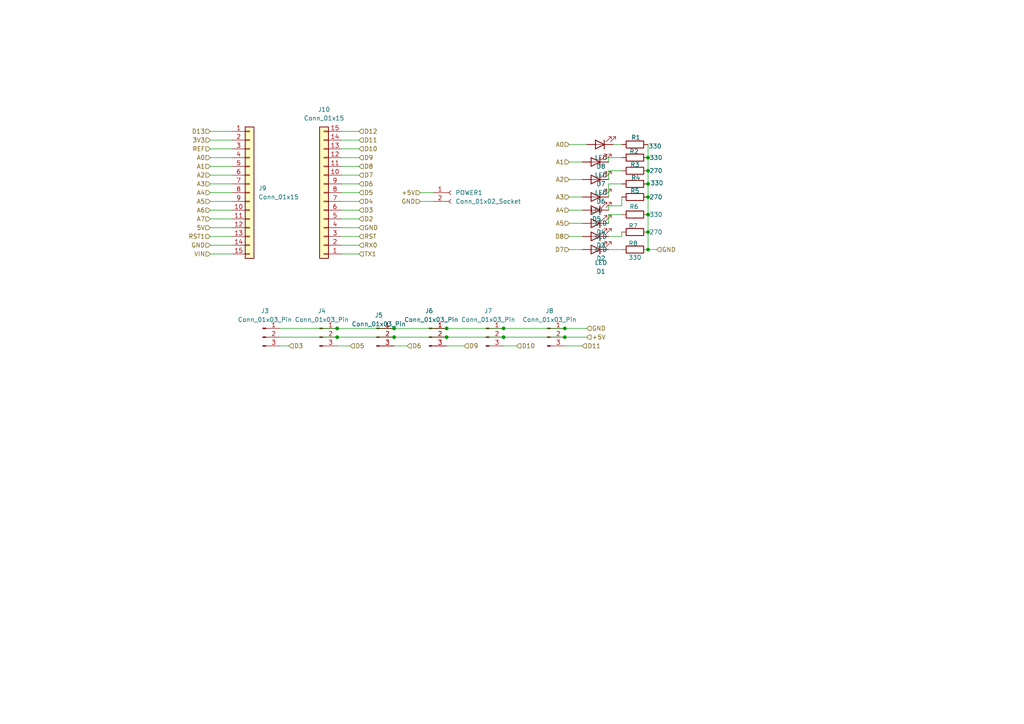
<source format=kicad_sch>
(kicad_sch
	(version 20231120)
	(generator "eeschema")
	(generator_version "8.0")
	(uuid "7e3ffbdc-77a0-43f2-8272-4da085cc4fdf")
	(paper "A4")
	(lib_symbols
		(symbol "Connector:Conn_01x02_Socket"
			(pin_names
				(offset 1.016) hide)
			(exclude_from_sim no)
			(in_bom yes)
			(on_board yes)
			(property "Reference" "J"
				(at 0 2.54 0)
				(effects
					(font
						(size 1.27 1.27)
					)
				)
			)
			(property "Value" "Conn_01x02_Socket"
				(at 0 -5.08 0)
				(effects
					(font
						(size 1.27 1.27)
					)
				)
			)
			(property "Footprint" ""
				(at 0 0 0)
				(effects
					(font
						(size 1.27 1.27)
					)
					(hide yes)
				)
			)
			(property "Datasheet" "~"
				(at 0 0 0)
				(effects
					(font
						(size 1.27 1.27)
					)
					(hide yes)
				)
			)
			(property "Description" "Generic connector, single row, 01x02, script generated"
				(at 0 0 0)
				(effects
					(font
						(size 1.27 1.27)
					)
					(hide yes)
				)
			)
			(property "ki_locked" ""
				(at 0 0 0)
				(effects
					(font
						(size 1.27 1.27)
					)
				)
			)
			(property "ki_keywords" "connector"
				(at 0 0 0)
				(effects
					(font
						(size 1.27 1.27)
					)
					(hide yes)
				)
			)
			(property "ki_fp_filters" "Connector*:*_1x??_*"
				(at 0 0 0)
				(effects
					(font
						(size 1.27 1.27)
					)
					(hide yes)
				)
			)
			(symbol "Conn_01x02_Socket_1_1"
				(arc
					(start 0 -2.032)
					(mid -0.5058 -2.54)
					(end 0 -3.048)
					(stroke
						(width 0.1524)
						(type default)
					)
					(fill
						(type none)
					)
				)
				(polyline
					(pts
						(xy -1.27 -2.54) (xy -0.508 -2.54)
					)
					(stroke
						(width 0.1524)
						(type default)
					)
					(fill
						(type none)
					)
				)
				(polyline
					(pts
						(xy -1.27 0) (xy -0.508 0)
					)
					(stroke
						(width 0.1524)
						(type default)
					)
					(fill
						(type none)
					)
				)
				(arc
					(start 0 0.508)
					(mid -0.5058 0)
					(end 0 -0.508)
					(stroke
						(width 0.1524)
						(type default)
					)
					(fill
						(type none)
					)
				)
				(pin passive line
					(at -5.08 0 0)
					(length 3.81)
					(name "Pin_1"
						(effects
							(font
								(size 1.27 1.27)
							)
						)
					)
					(number "1"
						(effects
							(font
								(size 1.27 1.27)
							)
						)
					)
				)
				(pin passive line
					(at -5.08 -2.54 0)
					(length 3.81)
					(name "Pin_2"
						(effects
							(font
								(size 1.27 1.27)
							)
						)
					)
					(number "2"
						(effects
							(font
								(size 1.27 1.27)
							)
						)
					)
				)
			)
		)
		(symbol "Connector:Conn_01x03_Pin"
			(pin_names
				(offset 1.016) hide)
			(exclude_from_sim no)
			(in_bom yes)
			(on_board yes)
			(property "Reference" "J"
				(at 0 5.08 0)
				(effects
					(font
						(size 1.27 1.27)
					)
				)
			)
			(property "Value" "Conn_01x03_Pin"
				(at 0 -5.08 0)
				(effects
					(font
						(size 1.27 1.27)
					)
				)
			)
			(property "Footprint" ""
				(at 0 0 0)
				(effects
					(font
						(size 1.27 1.27)
					)
					(hide yes)
				)
			)
			(property "Datasheet" "~"
				(at 0 0 0)
				(effects
					(font
						(size 1.27 1.27)
					)
					(hide yes)
				)
			)
			(property "Description" "Generic connector, single row, 01x03, script generated"
				(at 0 0 0)
				(effects
					(font
						(size 1.27 1.27)
					)
					(hide yes)
				)
			)
			(property "ki_locked" ""
				(at 0 0 0)
				(effects
					(font
						(size 1.27 1.27)
					)
				)
			)
			(property "ki_keywords" "connector"
				(at 0 0 0)
				(effects
					(font
						(size 1.27 1.27)
					)
					(hide yes)
				)
			)
			(property "ki_fp_filters" "Connector*:*_1x??_*"
				(at 0 0 0)
				(effects
					(font
						(size 1.27 1.27)
					)
					(hide yes)
				)
			)
			(symbol "Conn_01x03_Pin_1_1"
				(polyline
					(pts
						(xy 1.27 -2.54) (xy 0.8636 -2.54)
					)
					(stroke
						(width 0.1524)
						(type default)
					)
					(fill
						(type none)
					)
				)
				(polyline
					(pts
						(xy 1.27 0) (xy 0.8636 0)
					)
					(stroke
						(width 0.1524)
						(type default)
					)
					(fill
						(type none)
					)
				)
				(polyline
					(pts
						(xy 1.27 2.54) (xy 0.8636 2.54)
					)
					(stroke
						(width 0.1524)
						(type default)
					)
					(fill
						(type none)
					)
				)
				(rectangle
					(start 0.8636 -2.413)
					(end 0 -2.667)
					(stroke
						(width 0.1524)
						(type default)
					)
					(fill
						(type outline)
					)
				)
				(rectangle
					(start 0.8636 0.127)
					(end 0 -0.127)
					(stroke
						(width 0.1524)
						(type default)
					)
					(fill
						(type outline)
					)
				)
				(rectangle
					(start 0.8636 2.667)
					(end 0 2.413)
					(stroke
						(width 0.1524)
						(type default)
					)
					(fill
						(type outline)
					)
				)
				(pin passive line
					(at 5.08 2.54 180)
					(length 3.81)
					(name "Pin_1"
						(effects
							(font
								(size 1.27 1.27)
							)
						)
					)
					(number "1"
						(effects
							(font
								(size 1.27 1.27)
							)
						)
					)
				)
				(pin passive line
					(at 5.08 0 180)
					(length 3.81)
					(name "Pin_2"
						(effects
							(font
								(size 1.27 1.27)
							)
						)
					)
					(number "2"
						(effects
							(font
								(size 1.27 1.27)
							)
						)
					)
				)
				(pin passive line
					(at 5.08 -2.54 180)
					(length 3.81)
					(name "Pin_3"
						(effects
							(font
								(size 1.27 1.27)
							)
						)
					)
					(number "3"
						(effects
							(font
								(size 1.27 1.27)
							)
						)
					)
				)
			)
		)
		(symbol "Connector_Generic:Conn_01x15"
			(pin_names
				(offset 1.016) hide)
			(exclude_from_sim no)
			(in_bom yes)
			(on_board yes)
			(property "Reference" "J"
				(at 0 20.32 0)
				(effects
					(font
						(size 1.27 1.27)
					)
				)
			)
			(property "Value" "Conn_01x15"
				(at 0 -20.32 0)
				(effects
					(font
						(size 1.27 1.27)
					)
				)
			)
			(property "Footprint" ""
				(at 0 0 0)
				(effects
					(font
						(size 1.27 1.27)
					)
					(hide yes)
				)
			)
			(property "Datasheet" "~"
				(at 0 0 0)
				(effects
					(font
						(size 1.27 1.27)
					)
					(hide yes)
				)
			)
			(property "Description" "Generic connector, single row, 01x15, script generated (kicad-library-utils/schlib/autogen/connector/)"
				(at 0 0 0)
				(effects
					(font
						(size 1.27 1.27)
					)
					(hide yes)
				)
			)
			(property "ki_keywords" "connector"
				(at 0 0 0)
				(effects
					(font
						(size 1.27 1.27)
					)
					(hide yes)
				)
			)
			(property "ki_fp_filters" "Connector*:*_1x??_*"
				(at 0 0 0)
				(effects
					(font
						(size 1.27 1.27)
					)
					(hide yes)
				)
			)
			(symbol "Conn_01x15_1_1"
				(rectangle
					(start -1.27 -17.653)
					(end 0 -17.907)
					(stroke
						(width 0.1524)
						(type default)
					)
					(fill
						(type none)
					)
				)
				(rectangle
					(start -1.27 -15.113)
					(end 0 -15.367)
					(stroke
						(width 0.1524)
						(type default)
					)
					(fill
						(type none)
					)
				)
				(rectangle
					(start -1.27 -12.573)
					(end 0 -12.827)
					(stroke
						(width 0.1524)
						(type default)
					)
					(fill
						(type none)
					)
				)
				(rectangle
					(start -1.27 -10.033)
					(end 0 -10.287)
					(stroke
						(width 0.1524)
						(type default)
					)
					(fill
						(type none)
					)
				)
				(rectangle
					(start -1.27 -7.493)
					(end 0 -7.747)
					(stroke
						(width 0.1524)
						(type default)
					)
					(fill
						(type none)
					)
				)
				(rectangle
					(start -1.27 -4.953)
					(end 0 -5.207)
					(stroke
						(width 0.1524)
						(type default)
					)
					(fill
						(type none)
					)
				)
				(rectangle
					(start -1.27 -2.413)
					(end 0 -2.667)
					(stroke
						(width 0.1524)
						(type default)
					)
					(fill
						(type none)
					)
				)
				(rectangle
					(start -1.27 0.127)
					(end 0 -0.127)
					(stroke
						(width 0.1524)
						(type default)
					)
					(fill
						(type none)
					)
				)
				(rectangle
					(start -1.27 2.667)
					(end 0 2.413)
					(stroke
						(width 0.1524)
						(type default)
					)
					(fill
						(type none)
					)
				)
				(rectangle
					(start -1.27 5.207)
					(end 0 4.953)
					(stroke
						(width 0.1524)
						(type default)
					)
					(fill
						(type none)
					)
				)
				(rectangle
					(start -1.27 7.747)
					(end 0 7.493)
					(stroke
						(width 0.1524)
						(type default)
					)
					(fill
						(type none)
					)
				)
				(rectangle
					(start -1.27 10.287)
					(end 0 10.033)
					(stroke
						(width 0.1524)
						(type default)
					)
					(fill
						(type none)
					)
				)
				(rectangle
					(start -1.27 12.827)
					(end 0 12.573)
					(stroke
						(width 0.1524)
						(type default)
					)
					(fill
						(type none)
					)
				)
				(rectangle
					(start -1.27 15.367)
					(end 0 15.113)
					(stroke
						(width 0.1524)
						(type default)
					)
					(fill
						(type none)
					)
				)
				(rectangle
					(start -1.27 17.907)
					(end 0 17.653)
					(stroke
						(width 0.1524)
						(type default)
					)
					(fill
						(type none)
					)
				)
				(rectangle
					(start -1.27 19.05)
					(end 1.27 -19.05)
					(stroke
						(width 0.254)
						(type default)
					)
					(fill
						(type background)
					)
				)
				(pin passive line
					(at -5.08 17.78 0)
					(length 3.81)
					(name "Pin_1"
						(effects
							(font
								(size 1.27 1.27)
							)
						)
					)
					(number "1"
						(effects
							(font
								(size 1.27 1.27)
							)
						)
					)
				)
				(pin passive line
					(at -5.08 -5.08 0)
					(length 3.81)
					(name "Pin_10"
						(effects
							(font
								(size 1.27 1.27)
							)
						)
					)
					(number "10"
						(effects
							(font
								(size 1.27 1.27)
							)
						)
					)
				)
				(pin passive line
					(at -5.08 -7.62 0)
					(length 3.81)
					(name "Pin_11"
						(effects
							(font
								(size 1.27 1.27)
							)
						)
					)
					(number "11"
						(effects
							(font
								(size 1.27 1.27)
							)
						)
					)
				)
				(pin passive line
					(at -5.08 -10.16 0)
					(length 3.81)
					(name "Pin_12"
						(effects
							(font
								(size 1.27 1.27)
							)
						)
					)
					(number "12"
						(effects
							(font
								(size 1.27 1.27)
							)
						)
					)
				)
				(pin passive line
					(at -5.08 -12.7 0)
					(length 3.81)
					(name "Pin_13"
						(effects
							(font
								(size 1.27 1.27)
							)
						)
					)
					(number "13"
						(effects
							(font
								(size 1.27 1.27)
							)
						)
					)
				)
				(pin passive line
					(at -5.08 -15.24 0)
					(length 3.81)
					(name "Pin_14"
						(effects
							(font
								(size 1.27 1.27)
							)
						)
					)
					(number "14"
						(effects
							(font
								(size 1.27 1.27)
							)
						)
					)
				)
				(pin passive line
					(at -5.08 -17.78 0)
					(length 3.81)
					(name "Pin_15"
						(effects
							(font
								(size 1.27 1.27)
							)
						)
					)
					(number "15"
						(effects
							(font
								(size 1.27 1.27)
							)
						)
					)
				)
				(pin passive line
					(at -5.08 15.24 0)
					(length 3.81)
					(name "Pin_2"
						(effects
							(font
								(size 1.27 1.27)
							)
						)
					)
					(number "2"
						(effects
							(font
								(size 1.27 1.27)
							)
						)
					)
				)
				(pin passive line
					(at -5.08 12.7 0)
					(length 3.81)
					(name "Pin_3"
						(effects
							(font
								(size 1.27 1.27)
							)
						)
					)
					(number "3"
						(effects
							(font
								(size 1.27 1.27)
							)
						)
					)
				)
				(pin passive line
					(at -5.08 10.16 0)
					(length 3.81)
					(name "Pin_4"
						(effects
							(font
								(size 1.27 1.27)
							)
						)
					)
					(number "4"
						(effects
							(font
								(size 1.27 1.27)
							)
						)
					)
				)
				(pin passive line
					(at -5.08 7.62 0)
					(length 3.81)
					(name "Pin_5"
						(effects
							(font
								(size 1.27 1.27)
							)
						)
					)
					(number "5"
						(effects
							(font
								(size 1.27 1.27)
							)
						)
					)
				)
				(pin passive line
					(at -5.08 5.08 0)
					(length 3.81)
					(name "Pin_6"
						(effects
							(font
								(size 1.27 1.27)
							)
						)
					)
					(number "6"
						(effects
							(font
								(size 1.27 1.27)
							)
						)
					)
				)
				(pin passive line
					(at -5.08 2.54 0)
					(length 3.81)
					(name "Pin_7"
						(effects
							(font
								(size 1.27 1.27)
							)
						)
					)
					(number "7"
						(effects
							(font
								(size 1.27 1.27)
							)
						)
					)
				)
				(pin passive line
					(at -5.08 0 0)
					(length 3.81)
					(name "Pin_8"
						(effects
							(font
								(size 1.27 1.27)
							)
						)
					)
					(number "8"
						(effects
							(font
								(size 1.27 1.27)
							)
						)
					)
				)
				(pin passive line
					(at -5.08 -2.54 0)
					(length 3.81)
					(name "Pin_9"
						(effects
							(font
								(size 1.27 1.27)
							)
						)
					)
					(number "9"
						(effects
							(font
								(size 1.27 1.27)
							)
						)
					)
				)
			)
		)
		(symbol "Device:LED"
			(pin_numbers hide)
			(pin_names
				(offset 1.016) hide)
			(exclude_from_sim no)
			(in_bom yes)
			(on_board yes)
			(property "Reference" "D"
				(at 0 2.54 0)
				(effects
					(font
						(size 1.27 1.27)
					)
				)
			)
			(property "Value" "LED"
				(at 0 -2.54 0)
				(effects
					(font
						(size 1.27 1.27)
					)
				)
			)
			(property "Footprint" ""
				(at 0 0 0)
				(effects
					(font
						(size 1.27 1.27)
					)
					(hide yes)
				)
			)
			(property "Datasheet" "~"
				(at 0 0 0)
				(effects
					(font
						(size 1.27 1.27)
					)
					(hide yes)
				)
			)
			(property "Description" "Light emitting diode"
				(at 0 0 0)
				(effects
					(font
						(size 1.27 1.27)
					)
					(hide yes)
				)
			)
			(property "ki_keywords" "LED diode"
				(at 0 0 0)
				(effects
					(font
						(size 1.27 1.27)
					)
					(hide yes)
				)
			)
			(property "ki_fp_filters" "LED* LED_SMD:* LED_THT:*"
				(at 0 0 0)
				(effects
					(font
						(size 1.27 1.27)
					)
					(hide yes)
				)
			)
			(symbol "LED_0_1"
				(polyline
					(pts
						(xy -1.27 -1.27) (xy -1.27 1.27)
					)
					(stroke
						(width 0.254)
						(type default)
					)
					(fill
						(type none)
					)
				)
				(polyline
					(pts
						(xy -1.27 0) (xy 1.27 0)
					)
					(stroke
						(width 0)
						(type default)
					)
					(fill
						(type none)
					)
				)
				(polyline
					(pts
						(xy 1.27 -1.27) (xy 1.27 1.27) (xy -1.27 0) (xy 1.27 -1.27)
					)
					(stroke
						(width 0.254)
						(type default)
					)
					(fill
						(type none)
					)
				)
				(polyline
					(pts
						(xy -3.048 -0.762) (xy -4.572 -2.286) (xy -3.81 -2.286) (xy -4.572 -2.286) (xy -4.572 -1.524)
					)
					(stroke
						(width 0)
						(type default)
					)
					(fill
						(type none)
					)
				)
				(polyline
					(pts
						(xy -1.778 -0.762) (xy -3.302 -2.286) (xy -2.54 -2.286) (xy -3.302 -2.286) (xy -3.302 -1.524)
					)
					(stroke
						(width 0)
						(type default)
					)
					(fill
						(type none)
					)
				)
			)
			(symbol "LED_1_1"
				(pin passive line
					(at -3.81 0 0)
					(length 2.54)
					(name "K"
						(effects
							(font
								(size 1.27 1.27)
							)
						)
					)
					(number "1"
						(effects
							(font
								(size 1.27 1.27)
							)
						)
					)
				)
				(pin passive line
					(at 3.81 0 180)
					(length 2.54)
					(name "A"
						(effects
							(font
								(size 1.27 1.27)
							)
						)
					)
					(number "2"
						(effects
							(font
								(size 1.27 1.27)
							)
						)
					)
				)
			)
		)
		(symbol "Device:R"
			(pin_numbers hide)
			(pin_names
				(offset 0)
			)
			(exclude_from_sim no)
			(in_bom yes)
			(on_board yes)
			(property "Reference" "R"
				(at 2.032 0 90)
				(effects
					(font
						(size 1.27 1.27)
					)
				)
			)
			(property "Value" "R"
				(at 0 0 90)
				(effects
					(font
						(size 1.27 1.27)
					)
				)
			)
			(property "Footprint" ""
				(at -1.778 0 90)
				(effects
					(font
						(size 1.27 1.27)
					)
					(hide yes)
				)
			)
			(property "Datasheet" "~"
				(at 0 0 0)
				(effects
					(font
						(size 1.27 1.27)
					)
					(hide yes)
				)
			)
			(property "Description" "Resistor"
				(at 0 0 0)
				(effects
					(font
						(size 1.27 1.27)
					)
					(hide yes)
				)
			)
			(property "ki_keywords" "R res resistor"
				(at 0 0 0)
				(effects
					(font
						(size 1.27 1.27)
					)
					(hide yes)
				)
			)
			(property "ki_fp_filters" "R_*"
				(at 0 0 0)
				(effects
					(font
						(size 1.27 1.27)
					)
					(hide yes)
				)
			)
			(symbol "R_0_1"
				(rectangle
					(start -1.016 -2.54)
					(end 1.016 2.54)
					(stroke
						(width 0.254)
						(type default)
					)
					(fill
						(type none)
					)
				)
			)
			(symbol "R_1_1"
				(pin passive line
					(at 0 3.81 270)
					(length 1.27)
					(name "~"
						(effects
							(font
								(size 1.27 1.27)
							)
						)
					)
					(number "1"
						(effects
							(font
								(size 1.27 1.27)
							)
						)
					)
				)
				(pin passive line
					(at 0 -3.81 90)
					(length 1.27)
					(name "~"
						(effects
							(font
								(size 1.27 1.27)
							)
						)
					)
					(number "2"
						(effects
							(font
								(size 1.27 1.27)
							)
						)
					)
				)
			)
		)
	)
	(junction
		(at 163.83 95.25)
		(diameter 0)
		(color 0 0 0 0)
		(uuid "120896de-0ae0-42c2-9376-0bbe1dd844fa")
	)
	(junction
		(at 187.96 62.23)
		(diameter 0)
		(color 0 0 0 0)
		(uuid "2c34a1c8-e9df-4415-83ac-48b0be026e95")
	)
	(junction
		(at 187.96 49.53)
		(diameter 0)
		(color 0 0 0 0)
		(uuid "39c07bfd-70a1-40f5-8182-4ff9c77fee29")
	)
	(junction
		(at 129.54 97.79)
		(diameter 0)
		(color 0 0 0 0)
		(uuid "4a3b05bb-367a-408d-aadc-d7c30abad786")
	)
	(junction
		(at 163.83 97.79)
		(diameter 0)
		(color 0 0 0 0)
		(uuid "53a1b132-5445-47ba-b09b-5c009b7914ec")
	)
	(junction
		(at 187.96 53.34)
		(diameter 0)
		(color 0 0 0 0)
		(uuid "5e56327b-ef60-44c0-8047-996f3a03a905")
	)
	(junction
		(at 114.3 95.25)
		(diameter 0)
		(color 0 0 0 0)
		(uuid "78901409-5971-4b7a-ad5d-ff0337dfac75")
	)
	(junction
		(at 146.05 95.25)
		(diameter 0)
		(color 0 0 0 0)
		(uuid "830ff9f4-19ee-450c-974f-e4afe019d6a1")
	)
	(junction
		(at 97.79 95.25)
		(diameter 0)
		(color 0 0 0 0)
		(uuid "88e4676f-0430-4b5b-ab6c-1b070def4773")
	)
	(junction
		(at 187.96 45.72)
		(diameter 0)
		(color 0 0 0 0)
		(uuid "962ac004-37e4-425f-a570-b5e466143c5b")
	)
	(junction
		(at 97.79 97.79)
		(diameter 0)
		(color 0 0 0 0)
		(uuid "a6f3cb3f-413b-4526-bb35-eb522f808d70")
	)
	(junction
		(at 187.96 67.31)
		(diameter 0)
		(color 0 0 0 0)
		(uuid "be240039-2a9c-4acb-b246-7da3153dba0e")
	)
	(junction
		(at 129.54 95.25)
		(diameter 0)
		(color 0 0 0 0)
		(uuid "d198774e-5d71-4b8f-9d60-d6698360fdb3")
	)
	(junction
		(at 187.96 72.39)
		(diameter 0)
		(color 0 0 0 0)
		(uuid "d7f75f7b-7498-47c6-ad35-141edc00fe6d")
	)
	(junction
		(at 114.3 97.79)
		(diameter 0)
		(color 0 0 0 0)
		(uuid "e951d1a9-81a2-4818-a630-50b65713ceb4")
	)
	(junction
		(at 187.96 57.15)
		(diameter 0)
		(color 0 0 0 0)
		(uuid "e9d7bca7-8ea1-498b-842e-c5ad87e261d2")
	)
	(junction
		(at 146.05 97.79)
		(diameter 0)
		(color 0 0 0 0)
		(uuid "ec8bb3df-6b8e-47cd-a65d-a795b7b90502")
	)
	(wire
		(pts
			(xy 176.53 52.07) (xy 176.53 49.53)
		)
		(stroke
			(width 0)
			(type default)
		)
		(uuid "0143fa56-3dc4-4e78-83f7-0fb604c8f150")
	)
	(wire
		(pts
			(xy 165.1 72.39) (xy 168.91 72.39)
		)
		(stroke
			(width 0)
			(type default)
		)
		(uuid "0597de3b-d6f3-4f1e-ac18-20c8447a63b6")
	)
	(wire
		(pts
			(xy 99.06 71.12) (xy 104.14 71.12)
		)
		(stroke
			(width 0)
			(type default)
		)
		(uuid "0b132128-4eb5-4cc5-bf52-51ed7b8abe64")
	)
	(wire
		(pts
			(xy 165.1 64.77) (xy 168.91 64.77)
		)
		(stroke
			(width 0)
			(type default)
		)
		(uuid "0d84cc8e-b6af-4110-a364-e2147e71f9e5")
	)
	(wire
		(pts
			(xy 187.96 41.91) (xy 187.96 45.72)
		)
		(stroke
			(width 0)
			(type default)
		)
		(uuid "0dc609c0-26b3-4f24-93cc-629546a600a7")
	)
	(wire
		(pts
			(xy 176.53 62.23) (xy 176.53 64.77)
		)
		(stroke
			(width 0)
			(type default)
		)
		(uuid "13571dae-cec7-4c67-a0d8-91d6fa8d3688")
	)
	(wire
		(pts
			(xy 176.53 57.15) (xy 176.53 53.34)
		)
		(stroke
			(width 0)
			(type default)
		)
		(uuid "135fa181-543d-49ea-8738-0e85f4b1d0d2")
	)
	(wire
		(pts
			(xy 60.96 73.66) (xy 67.31 73.66)
		)
		(stroke
			(width 0)
			(type default)
		)
		(uuid "1a384589-b2f2-44d6-b2bd-2ea08d06ba97")
	)
	(wire
		(pts
			(xy 146.05 97.79) (xy 163.83 97.79)
		)
		(stroke
			(width 0)
			(type default)
		)
		(uuid "1e2d7ecd-7329-4fa6-9c43-8a488684d601")
	)
	(wire
		(pts
			(xy 99.06 66.04) (xy 104.14 66.04)
		)
		(stroke
			(width 0)
			(type default)
		)
		(uuid "292ff5a1-5587-411a-8643-e81ff7255d29")
	)
	(wire
		(pts
			(xy 146.05 100.33) (xy 149.86 100.33)
		)
		(stroke
			(width 0)
			(type default)
		)
		(uuid "29f2392a-2dbe-4d8e-943d-a0558ea9f4e6")
	)
	(wire
		(pts
			(xy 180.34 68.58) (xy 180.34 67.31)
		)
		(stroke
			(width 0)
			(type default)
		)
		(uuid "33fac791-0762-4851-9831-6966fc6b5b39")
	)
	(wire
		(pts
			(xy 187.96 53.34) (xy 187.96 57.15)
		)
		(stroke
			(width 0)
			(type default)
		)
		(uuid "36eda5ff-6726-449d-8bd4-df71dbc8cbfd")
	)
	(wire
		(pts
			(xy 81.28 95.25) (xy 97.79 95.25)
		)
		(stroke
			(width 0)
			(type default)
		)
		(uuid "38f27941-d9d5-4789-be9d-d728828449e4")
	)
	(wire
		(pts
			(xy 60.96 48.26) (xy 67.31 48.26)
		)
		(stroke
			(width 0)
			(type default)
		)
		(uuid "3c5256ff-5c57-4773-aa20-1a7687509e1c")
	)
	(wire
		(pts
			(xy 99.06 73.66) (xy 104.14 73.66)
		)
		(stroke
			(width 0)
			(type default)
		)
		(uuid "40283da6-33c3-43d9-83de-db5f7e5ced1e")
	)
	(wire
		(pts
			(xy 165.1 41.91) (xy 170.18 41.91)
		)
		(stroke
			(width 0)
			(type default)
		)
		(uuid "405e1a30-1d83-4a60-b341-ccc3acab8fc9")
	)
	(wire
		(pts
			(xy 81.28 97.79) (xy 97.79 97.79)
		)
		(stroke
			(width 0)
			(type default)
		)
		(uuid "4166ca60-8c77-413f-96f5-58c8d7c48018")
	)
	(wire
		(pts
			(xy 99.06 50.8) (xy 104.14 50.8)
		)
		(stroke
			(width 0)
			(type default)
		)
		(uuid "4b7849ac-4250-4f9a-addd-248c6d32e18b")
	)
	(wire
		(pts
			(xy 60.96 63.5) (xy 67.31 63.5)
		)
		(stroke
			(width 0)
			(type default)
		)
		(uuid "4c9859a9-ea2a-46cc-9835-214be25ef8c8")
	)
	(wire
		(pts
			(xy 60.96 45.72) (xy 67.31 45.72)
		)
		(stroke
			(width 0)
			(type default)
		)
		(uuid "500ed0fc-2164-4c73-a5d0-cf5ae6b55782")
	)
	(wire
		(pts
			(xy 163.83 100.33) (xy 168.91 100.33)
		)
		(stroke
			(width 0)
			(type default)
		)
		(uuid "516b5e98-c88a-4367-92ff-3f611e1f1650")
	)
	(wire
		(pts
			(xy 187.96 49.53) (xy 187.96 53.34)
		)
		(stroke
			(width 0)
			(type default)
		)
		(uuid "5396540b-352b-49ee-aafe-c01f81a13a19")
	)
	(wire
		(pts
			(xy 187.96 67.31) (xy 187.96 72.39)
		)
		(stroke
			(width 0)
			(type default)
		)
		(uuid "580ed78b-6f0b-47f6-8794-9f9899f2a26b")
	)
	(wire
		(pts
			(xy 60.96 68.58) (xy 67.31 68.58)
		)
		(stroke
			(width 0)
			(type default)
		)
		(uuid "609bf3e1-e68d-4449-9ca1-b3353178932d")
	)
	(wire
		(pts
			(xy 121.92 58.42) (xy 125.73 58.42)
		)
		(stroke
			(width 0)
			(type default)
		)
		(uuid "6174b09f-77a9-466b-a2d4-93068110a015")
	)
	(wire
		(pts
			(xy 176.53 59.69) (xy 180.34 59.69)
		)
		(stroke
			(width 0)
			(type default)
		)
		(uuid "63e513e4-3fbd-4926-ab6d-abf781a7c574")
	)
	(wire
		(pts
			(xy 163.83 97.79) (xy 170.18 97.79)
		)
		(stroke
			(width 0)
			(type default)
		)
		(uuid "65b18967-98ff-458f-add9-42c41c8cd88c")
	)
	(wire
		(pts
			(xy 129.54 97.79) (xy 146.05 97.79)
		)
		(stroke
			(width 0)
			(type default)
		)
		(uuid "66ae7267-4ae3-4530-b1fd-7d99ed5a8ef0")
	)
	(wire
		(pts
			(xy 165.1 52.07) (xy 168.91 52.07)
		)
		(stroke
			(width 0)
			(type default)
		)
		(uuid "6728a72a-5972-4eb8-bec3-18301327a2ec")
	)
	(wire
		(pts
			(xy 165.1 57.15) (xy 168.91 57.15)
		)
		(stroke
			(width 0)
			(type default)
		)
		(uuid "7346f9c9-4306-4231-8bd2-e2788f61c811")
	)
	(wire
		(pts
			(xy 99.06 58.42) (xy 104.14 58.42)
		)
		(stroke
			(width 0)
			(type default)
		)
		(uuid "73d73ca8-a81d-4eb6-8005-0d085677eeec")
	)
	(wire
		(pts
			(xy 114.3 100.33) (xy 118.11 100.33)
		)
		(stroke
			(width 0)
			(type default)
		)
		(uuid "73f646e5-fd63-4c03-93e5-8a5127b722a0")
	)
	(wire
		(pts
			(xy 180.34 45.72) (xy 176.53 45.72)
		)
		(stroke
			(width 0)
			(type default)
		)
		(uuid "74104c4e-5afe-4c91-a9f8-31db79c0f607")
	)
	(wire
		(pts
			(xy 176.53 49.53) (xy 180.34 49.53)
		)
		(stroke
			(width 0)
			(type default)
		)
		(uuid "77ada5a0-7871-43c1-b4c4-2c0e9ca043c4")
	)
	(wire
		(pts
			(xy 99.06 40.64) (xy 104.14 40.64)
		)
		(stroke
			(width 0)
			(type default)
		)
		(uuid "7ab701c9-c226-4859-8ff3-165607893db8")
	)
	(wire
		(pts
			(xy 99.06 63.5) (xy 104.14 63.5)
		)
		(stroke
			(width 0)
			(type default)
		)
		(uuid "7ad007d7-cff0-411f-86fe-4e2c7e5cc116")
	)
	(wire
		(pts
			(xy 165.1 60.96) (xy 168.91 60.96)
		)
		(stroke
			(width 0)
			(type default)
		)
		(uuid "7b2488d4-98db-4c08-b032-9ffe03b0065f")
	)
	(wire
		(pts
			(xy 99.06 38.1) (xy 104.14 38.1)
		)
		(stroke
			(width 0)
			(type default)
		)
		(uuid "7cefcd7d-b046-4106-8fe1-691a2b9ce50d")
	)
	(wire
		(pts
			(xy 165.1 46.99) (xy 168.91 46.99)
		)
		(stroke
			(width 0)
			(type default)
		)
		(uuid "81da9a08-bf1e-43a7-a034-2d3f5223ffb5")
	)
	(wire
		(pts
			(xy 99.06 68.58) (xy 104.14 68.58)
		)
		(stroke
			(width 0)
			(type default)
		)
		(uuid "83209ecb-fb8e-4e29-a85e-6461d58a8f2a")
	)
	(wire
		(pts
			(xy 176.53 68.58) (xy 180.34 68.58)
		)
		(stroke
			(width 0)
			(type default)
		)
		(uuid "83a73ed8-5495-4a4c-9d0b-3daa50615223")
	)
	(wire
		(pts
			(xy 60.96 43.18) (xy 67.31 43.18)
		)
		(stroke
			(width 0)
			(type default)
		)
		(uuid "83ed1a2d-d4dc-4501-b221-def47eed0722")
	)
	(wire
		(pts
			(xy 97.79 97.79) (xy 114.3 97.79)
		)
		(stroke
			(width 0)
			(type default)
		)
		(uuid "86cdd9a6-7c37-4510-8277-9a3914cbb8c3")
	)
	(wire
		(pts
			(xy 60.96 55.88) (xy 67.31 55.88)
		)
		(stroke
			(width 0)
			(type default)
		)
		(uuid "89654249-4c73-4904-9245-0535463f47b9")
	)
	(wire
		(pts
			(xy 60.96 38.1) (xy 67.31 38.1)
		)
		(stroke
			(width 0)
			(type default)
		)
		(uuid "8ab26a2a-901e-4f89-9781-2ed829368b83")
	)
	(wire
		(pts
			(xy 180.34 62.23) (xy 176.53 62.23)
		)
		(stroke
			(width 0)
			(type default)
		)
		(uuid "8f84ddf5-3882-4b6e-ab51-593aafc77edf")
	)
	(wire
		(pts
			(xy 97.79 95.25) (xy 114.3 95.25)
		)
		(stroke
			(width 0)
			(type default)
		)
		(uuid "9104f67f-ad9c-4628-aff4-1c9ea7059a6b")
	)
	(wire
		(pts
			(xy 60.96 71.12) (xy 67.31 71.12)
		)
		(stroke
			(width 0)
			(type default)
		)
		(uuid "9391451e-6c04-4f22-bf1e-874c9524ccf2")
	)
	(wire
		(pts
			(xy 60.96 60.96) (xy 67.31 60.96)
		)
		(stroke
			(width 0)
			(type default)
		)
		(uuid "9524543a-3c93-44c0-bd3a-874b7f9bbb5d")
	)
	(wire
		(pts
			(xy 177.8 41.91) (xy 180.34 41.91)
		)
		(stroke
			(width 0)
			(type default)
		)
		(uuid "96aa12fe-04fc-4a46-bf05-a705be2edf5c")
	)
	(wire
		(pts
			(xy 121.92 55.88) (xy 125.73 55.88)
		)
		(stroke
			(width 0)
			(type default)
		)
		(uuid "976e323f-06c3-4dd7-8630-4d739cb36062")
	)
	(wire
		(pts
			(xy 176.53 60.96) (xy 176.53 59.69)
		)
		(stroke
			(width 0)
			(type default)
		)
		(uuid "9ebbebd2-c2ca-4d70-a347-61d49f88cd52")
	)
	(wire
		(pts
			(xy 99.06 60.96) (xy 104.14 60.96)
		)
		(stroke
			(width 0)
			(type default)
		)
		(uuid "a16b583d-03bb-4ab4-844b-2b855c2b882a")
	)
	(wire
		(pts
			(xy 60.96 66.04) (xy 67.31 66.04)
		)
		(stroke
			(width 0)
			(type default)
		)
		(uuid "a42291b8-855c-449a-b93e-68c095c7293a")
	)
	(wire
		(pts
			(xy 146.05 95.25) (xy 163.83 95.25)
		)
		(stroke
			(width 0)
			(type default)
		)
		(uuid "a7944ed9-b9ee-46a7-b42f-2235b87c0513")
	)
	(wire
		(pts
			(xy 60.96 53.34) (xy 67.31 53.34)
		)
		(stroke
			(width 0)
			(type default)
		)
		(uuid "ae61587c-fb3f-4eaf-a45d-4a29f3fd4825")
	)
	(wire
		(pts
			(xy 176.53 45.72) (xy 176.53 46.99)
		)
		(stroke
			(width 0)
			(type default)
		)
		(uuid "b1267623-c5b6-4c96-8438-9920d94f64f8")
	)
	(wire
		(pts
			(xy 129.54 100.33) (xy 134.62 100.33)
		)
		(stroke
			(width 0)
			(type default)
		)
		(uuid "b28400b5-7d3d-4ac4-8ef3-e93ecb66b1f5")
	)
	(wire
		(pts
			(xy 60.96 50.8) (xy 67.31 50.8)
		)
		(stroke
			(width 0)
			(type default)
		)
		(uuid "b9c0e8fe-0a99-46db-b7af-38a2ca7a858e")
	)
	(wire
		(pts
			(xy 187.96 57.15) (xy 187.96 62.23)
		)
		(stroke
			(width 0)
			(type default)
		)
		(uuid "baebb478-50f7-486a-b9d2-6c97033a92e5")
	)
	(wire
		(pts
			(xy 114.3 95.25) (xy 129.54 95.25)
		)
		(stroke
			(width 0)
			(type default)
		)
		(uuid "be25c473-0ed7-4cce-8365-12669547d52f")
	)
	(wire
		(pts
			(xy 187.96 45.72) (xy 187.96 49.53)
		)
		(stroke
			(width 0)
			(type default)
		)
		(uuid "c02d9f60-0202-400f-8293-f5dce8b11850")
	)
	(wire
		(pts
			(xy 99.06 43.18) (xy 104.14 43.18)
		)
		(stroke
			(width 0)
			(type default)
		)
		(uuid "c369cfed-3198-4a13-bfb9-d9e4a5a2373a")
	)
	(wire
		(pts
			(xy 187.96 62.23) (xy 187.96 67.31)
		)
		(stroke
			(width 0)
			(type default)
		)
		(uuid "c84e67bc-29b0-46fd-96b6-031dd406f2e2")
	)
	(wire
		(pts
			(xy 187.96 72.39) (xy 190.5 72.39)
		)
		(stroke
			(width 0)
			(type default)
		)
		(uuid "ca63fb50-240c-45b8-89b3-ff27d9ee8ea6")
	)
	(wire
		(pts
			(xy 114.3 97.79) (xy 129.54 97.79)
		)
		(stroke
			(width 0)
			(type default)
		)
		(uuid "cefa34ca-3b0d-4ffb-bf0f-b703119d5923")
	)
	(wire
		(pts
			(xy 99.06 45.72) (xy 104.14 45.72)
		)
		(stroke
			(width 0)
			(type default)
		)
		(uuid "d020f0cb-f622-46a3-8cfc-43254ebc7606")
	)
	(wire
		(pts
			(xy 99.06 48.26) (xy 104.14 48.26)
		)
		(stroke
			(width 0)
			(type default)
		)
		(uuid "d32080d3-3445-413a-aa11-5aa1b4cb00e5")
	)
	(wire
		(pts
			(xy 60.96 40.64) (xy 67.31 40.64)
		)
		(stroke
			(width 0)
			(type default)
		)
		(uuid "dae79a62-a21b-4258-ad5e-679e9894a9c2")
	)
	(wire
		(pts
			(xy 176.53 53.34) (xy 180.34 53.34)
		)
		(stroke
			(width 0)
			(type default)
		)
		(uuid "dc9f789c-410d-4e5e-83c8-be1739bb815e")
	)
	(wire
		(pts
			(xy 60.96 58.42) (xy 67.31 58.42)
		)
		(stroke
			(width 0)
			(type default)
		)
		(uuid "ddf7c3ff-d11e-4752-9feb-e353cc9bac62")
	)
	(wire
		(pts
			(xy 165.1 68.58) (xy 168.91 68.58)
		)
		(stroke
			(width 0)
			(type default)
		)
		(uuid "e0b04222-34b8-4767-9de1-fed03ea6f06d")
	)
	(wire
		(pts
			(xy 129.54 95.25) (xy 146.05 95.25)
		)
		(stroke
			(width 0)
			(type default)
		)
		(uuid "e0f6dd2d-3883-4e5a-a9ae-e926cfea6d6b")
	)
	(wire
		(pts
			(xy 97.79 100.33) (xy 101.6 100.33)
		)
		(stroke
			(width 0)
			(type default)
		)
		(uuid "e2244313-e338-48b7-81bc-4faca165acb2")
	)
	(wire
		(pts
			(xy 180.34 59.69) (xy 180.34 57.15)
		)
		(stroke
			(width 0)
			(type default)
		)
		(uuid "e5942203-5487-49e4-9753-6e35ad964550")
	)
	(wire
		(pts
			(xy 99.06 55.88) (xy 104.14 55.88)
		)
		(stroke
			(width 0)
			(type default)
		)
		(uuid "e9b54213-992a-473c-81cc-002edd546298")
	)
	(wire
		(pts
			(xy 163.83 95.25) (xy 170.18 95.25)
		)
		(stroke
			(width 0)
			(type default)
		)
		(uuid "ec45632c-edf6-4446-9c1f-34145f375526")
	)
	(wire
		(pts
			(xy 99.06 53.34) (xy 104.14 53.34)
		)
		(stroke
			(width 0)
			(type default)
		)
		(uuid "eff2bc6c-26a6-44f5-b5bd-1f9e09367b62")
	)
	(wire
		(pts
			(xy 176.53 72.39) (xy 180.34 72.39)
		)
		(stroke
			(width 0)
			(type default)
		)
		(uuid "f93763a4-b88c-42b7-98d2-576a34af8513")
	)
	(wire
		(pts
			(xy 81.28 100.33) (xy 83.82 100.33)
		)
		(stroke
			(width 0)
			(type default)
		)
		(uuid "fc82dcf5-9f2e-4f42-bbee-f4e1c70ecb07")
	)
	(hierarchical_label "GND"
		(shape input)
		(at 121.92 58.42 180)
		(fields_autoplaced yes)
		(effects
			(font
				(size 1.27 1.27)
			)
			(justify right)
		)
		(uuid "00404450-c0d8-47d4-b05b-13346bdfc61a")
	)
	(hierarchical_label "D11"
		(shape input)
		(at 168.91 100.33 0)
		(fields_autoplaced yes)
		(effects
			(font
				(size 1.27 1.27)
			)
			(justify left)
		)
		(uuid "02559a5d-b37b-477b-a268-e26b9ecf4009")
	)
	(hierarchical_label "+5V"
		(shape input)
		(at 170.18 97.79 0)
		(fields_autoplaced yes)
		(effects
			(font
				(size 1.27 1.27)
			)
			(justify left)
		)
		(uuid "04023f61-a741-4759-9e26-41e7e222e621")
	)
	(hierarchical_label "D8"
		(shape input)
		(at 104.14 48.26 0)
		(fields_autoplaced yes)
		(effects
			(font
				(size 1.27 1.27)
			)
			(justify left)
		)
		(uuid "0454a553-3bdd-4c48-b6b2-7625966016d6")
	)
	(hierarchical_label "RST1"
		(shape input)
		(at 60.96 68.58 180)
		(fields_autoplaced yes)
		(effects
			(font
				(size 1.27 1.27)
			)
			(justify right)
		)
		(uuid "07d3897a-6252-4be5-8c5e-201a3c1e0b95")
	)
	(hierarchical_label "VIN"
		(shape input)
		(at 60.96 73.66 180)
		(fields_autoplaced yes)
		(effects
			(font
				(size 1.27 1.27)
			)
			(justify right)
		)
		(uuid "0aa4c322-4df6-4339-9ba0-2dc2b9f8bdb4")
	)
	(hierarchical_label "A7"
		(shape input)
		(at 60.96 63.5 180)
		(fields_autoplaced yes)
		(effects
			(font
				(size 1.27 1.27)
			)
			(justify right)
		)
		(uuid "0f7237f3-9a51-44b8-acf2-a21fe0096322")
	)
	(hierarchical_label "D9"
		(shape input)
		(at 134.62 100.33 0)
		(fields_autoplaced yes)
		(effects
			(font
				(size 1.27 1.27)
			)
			(justify left)
		)
		(uuid "1186334b-83ad-4fa1-9be3-4eb59f669776")
	)
	(hierarchical_label "RX0"
		(shape input)
		(at 104.14 71.12 0)
		(fields_autoplaced yes)
		(effects
			(font
				(size 1.27 1.27)
			)
			(justify left)
		)
		(uuid "146d9aca-d114-4de2-8485-9c9ab5a739f7")
	)
	(hierarchical_label "TX1"
		(shape input)
		(at 104.14 73.66 0)
		(fields_autoplaced yes)
		(effects
			(font
				(size 1.27 1.27)
			)
			(justify left)
		)
		(uuid "14745d80-8db4-40cf-bffe-07a5da0ac233")
	)
	(hierarchical_label "D10"
		(shape input)
		(at 149.86 100.33 0)
		(fields_autoplaced yes)
		(effects
			(font
				(size 1.27 1.27)
			)
			(justify left)
		)
		(uuid "17b12666-32bb-4407-8770-ea3a3ab8492f")
	)
	(hierarchical_label "D11"
		(shape input)
		(at 104.14 40.64 0)
		(fields_autoplaced yes)
		(effects
			(font
				(size 1.27 1.27)
			)
			(justify left)
		)
		(uuid "218730b1-6b3d-4258-bf3d-cb58f84c6754")
	)
	(hierarchical_label "D5"
		(shape input)
		(at 101.6 100.33 0)
		(fields_autoplaced yes)
		(effects
			(font
				(size 1.27 1.27)
			)
			(justify left)
		)
		(uuid "28b7efb1-7b20-4d86-9ea5-7347da90669b")
	)
	(hierarchical_label "D4"
		(shape input)
		(at 104.14 58.42 0)
		(fields_autoplaced yes)
		(effects
			(font
				(size 1.27 1.27)
			)
			(justify left)
		)
		(uuid "38174e6b-bc7a-426d-920d-22aeb5d1d0c1")
	)
	(hierarchical_label "RST"
		(shape input)
		(at 104.14 68.58 0)
		(fields_autoplaced yes)
		(effects
			(font
				(size 1.27 1.27)
			)
			(justify left)
		)
		(uuid "4523a088-c22b-4b09-b533-6475fd54c5b6")
	)
	(hierarchical_label "GND"
		(shape input)
		(at 170.18 95.25 0)
		(fields_autoplaced yes)
		(effects
			(font
				(size 1.27 1.27)
			)
			(justify left)
		)
		(uuid "47010c4c-6786-459d-9146-13e98745e4b2")
	)
	(hierarchical_label "+5V"
		(shape input)
		(at 121.92 55.88 180)
		(fields_autoplaced yes)
		(effects
			(font
				(size 1.27 1.27)
			)
			(justify right)
		)
		(uuid "4c072b8a-fe74-4bf9-a434-1645b8f1e337")
	)
	(hierarchical_label "GND"
		(shape input)
		(at 104.14 66.04 0)
		(fields_autoplaced yes)
		(effects
			(font
				(size 1.27 1.27)
			)
			(justify left)
		)
		(uuid "4e2e28c3-d5e8-4a65-92fe-f63eb6779f32")
	)
	(hierarchical_label "A3"
		(shape input)
		(at 165.1 57.15 180)
		(fields_autoplaced yes)
		(effects
			(font
				(size 1.27 1.27)
			)
			(justify right)
		)
		(uuid "512f6052-e2e4-44a6-a698-02b98b0bdfa7")
	)
	(hierarchical_label "REF"
		(shape input)
		(at 60.96 43.18 180)
		(fields_autoplaced yes)
		(effects
			(font
				(size 1.27 1.27)
			)
			(justify right)
		)
		(uuid "54609507-3c1a-48b5-81ce-bc1716adca85")
	)
	(hierarchical_label "D3"
		(shape input)
		(at 104.14 60.96 0)
		(fields_autoplaced yes)
		(effects
			(font
				(size 1.27 1.27)
			)
			(justify left)
		)
		(uuid "55f82547-fdbe-4b25-a3c6-4db8fb9089ca")
	)
	(hierarchical_label "D6"
		(shape input)
		(at 104.14 53.34 0)
		(fields_autoplaced yes)
		(effects
			(font
				(size 1.27 1.27)
			)
			(justify left)
		)
		(uuid "668ffa06-c609-4f26-8ec5-0fbbca6d8d82")
	)
	(hierarchical_label "D9"
		(shape input)
		(at 104.14 45.72 0)
		(fields_autoplaced yes)
		(effects
			(font
				(size 1.27 1.27)
			)
			(justify left)
		)
		(uuid "69c21212-d928-467c-be56-02fa4c03ed4c")
	)
	(hierarchical_label "GND"
		(shape input)
		(at 60.96 71.12 180)
		(fields_autoplaced yes)
		(effects
			(font
				(size 1.27 1.27)
			)
			(justify right)
		)
		(uuid "6bdd3d36-dd9f-4b5c-a8ec-e7082198043f")
	)
	(hierarchical_label "A2"
		(shape input)
		(at 60.96 50.8 180)
		(fields_autoplaced yes)
		(effects
			(font
				(size 1.27 1.27)
			)
			(justify right)
		)
		(uuid "6f976a04-4789-4a8e-887e-8da384366dbb")
	)
	(hierarchical_label "A1"
		(shape input)
		(at 60.96 48.26 180)
		(fields_autoplaced yes)
		(effects
			(font
				(size 1.27 1.27)
			)
			(justify right)
		)
		(uuid "71ee8ef9-d7db-4853-b5f2-2c63df71042c")
	)
	(hierarchical_label "A1"
		(shape input)
		(at 165.1 46.99 180)
		(fields_autoplaced yes)
		(effects
			(font
				(size 1.27 1.27)
			)
			(justify right)
		)
		(uuid "7d5001bf-e50e-4f64-a211-252fea2f8ab6")
	)
	(hierarchical_label "A2"
		(shape input)
		(at 165.1 52.07 180)
		(fields_autoplaced yes)
		(effects
			(font
				(size 1.27 1.27)
			)
			(justify right)
		)
		(uuid "8a839771-7a77-4c41-94a9-e3221e01166c")
	)
	(hierarchical_label "D3"
		(shape input)
		(at 83.82 100.33 0)
		(fields_autoplaced yes)
		(effects
			(font
				(size 1.27 1.27)
			)
			(justify left)
		)
		(uuid "9ae51769-4d11-49c4-9f19-43b1aab021dc")
	)
	(hierarchical_label "D5"
		(shape input)
		(at 104.14 55.88 0)
		(fields_autoplaced yes)
		(effects
			(font
				(size 1.27 1.27)
			)
			(justify left)
		)
		(uuid "9fa722e6-3f5e-4a67-8a41-f62efc7800c5")
	)
	(hierarchical_label "D6"
		(shape input)
		(at 118.11 100.33 0)
		(fields_autoplaced yes)
		(effects
			(font
				(size 1.27 1.27)
			)
			(justify left)
		)
		(uuid "a205accd-faf7-41bf-ad8d-055eeb86a7e4")
	)
	(hierarchical_label "A0"
		(shape input)
		(at 60.96 45.72 180)
		(fields_autoplaced yes)
		(effects
			(font
				(size 1.27 1.27)
			)
			(justify right)
		)
		(uuid "abf66650-5510-4991-91d7-62a57e75fe09")
	)
	(hierarchical_label "D7"
		(shape input)
		(at 165.1 72.39 180)
		(fields_autoplaced yes)
		(effects
			(font
				(size 1.27 1.27)
			)
			(justify right)
		)
		(uuid "af4c6c47-6155-49cb-90d6-66d0c1b8de54")
	)
	(hierarchical_label "A3"
		(shape input)
		(at 60.96 53.34 180)
		(fields_autoplaced yes)
		(effects
			(font
				(size 1.27 1.27)
			)
			(justify right)
		)
		(uuid "b78c78d4-914f-41bf-b79b-cc3c918df38f")
	)
	(hierarchical_label "A4"
		(shape input)
		(at 60.96 55.88 180)
		(fields_autoplaced yes)
		(effects
			(font
				(size 1.27 1.27)
			)
			(justify right)
		)
		(uuid "bb7d53d4-1e53-4a76-81c0-a4a161ec670d")
	)
	(hierarchical_label "A5"
		(shape input)
		(at 165.1 64.77 180)
		(fields_autoplaced yes)
		(effects
			(font
				(size 1.27 1.27)
			)
			(justify right)
		)
		(uuid "c28efa30-23f7-4ad5-b1fe-b8725bf25b57")
	)
	(hierarchical_label "A5"
		(shape input)
		(at 60.96 58.42 180)
		(fields_autoplaced yes)
		(effects
			(font
				(size 1.27 1.27)
			)
			(justify right)
		)
		(uuid "c7a2708e-0a8c-4164-bcc1-9a8356e326a4")
	)
	(hierarchical_label "D2"
		(shape input)
		(at 104.14 63.5 0)
		(fields_autoplaced yes)
		(effects
			(font
				(size 1.27 1.27)
			)
			(justify left)
		)
		(uuid "cbde2b2e-d618-41b8-aa41-3ab0e21d043d")
	)
	(hierarchical_label "D8"
		(shape input)
		(at 165.1 68.58 180)
		(fields_autoplaced yes)
		(effects
			(font
				(size 1.27 1.27)
			)
			(justify right)
		)
		(uuid "cd4b98ac-db9d-4526-ba72-71bc8135d281")
	)
	(hierarchical_label "A6"
		(shape input)
		(at 60.96 60.96 180)
		(fields_autoplaced yes)
		(effects
			(font
				(size 1.27 1.27)
			)
			(justify right)
		)
		(uuid "d1e73a9d-dabc-46bc-93bb-d7aaf7f56548")
	)
	(hierarchical_label "5V"
		(shape input)
		(at 60.96 66.04 180)
		(fields_autoplaced yes)
		(effects
			(font
				(size 1.27 1.27)
			)
			(justify right)
		)
		(uuid "d78eda72-cc9a-425e-9476-6db4e5594a18")
	)
	(hierarchical_label "A0"
		(shape input)
		(at 165.1 41.91 180)
		(fields_autoplaced yes)
		(effects
			(font
				(size 1.27 1.27)
			)
			(justify right)
		)
		(uuid "de3e172f-c916-40cb-bbb5-c6491632e295")
	)
	(hierarchical_label "D7"
		(shape input)
		(at 104.14 50.8 0)
		(fields_autoplaced yes)
		(effects
			(font
				(size 1.27 1.27)
			)
			(justify left)
		)
		(uuid "e33949ef-3220-4b8f-bb52-a03d0d55309a")
	)
	(hierarchical_label "GND"
		(shape input)
		(at 190.5 72.39 0)
		(fields_autoplaced yes)
		(effects
			(font
				(size 1.27 1.27)
			)
			(justify left)
		)
		(uuid "e6381cfa-53a4-4c9b-bba3-d511bb79da1a")
	)
	(hierarchical_label "A4"
		(shape input)
		(at 165.1 60.96 180)
		(fields_autoplaced yes)
		(effects
			(font
				(size 1.27 1.27)
			)
			(justify right)
		)
		(uuid "ec296d75-a57a-4076-b91f-87fa534b7151")
	)
	(hierarchical_label "3V3"
		(shape input)
		(at 60.96 40.64 180)
		(fields_autoplaced yes)
		(effects
			(font
				(size 1.27 1.27)
			)
			(justify right)
		)
		(uuid "ec35e357-4b5d-4c05-ab19-f552f1f64523")
	)
	(hierarchical_label "D12"
		(shape input)
		(at 104.14 38.1 0)
		(fields_autoplaced yes)
		(effects
			(font
				(size 1.27 1.27)
			)
			(justify left)
		)
		(uuid "fafba5c5-b625-48bf-bec9-1ceff05f6d49")
	)
	(hierarchical_label "D13"
		(shape input)
		(at 60.96 38.1 180)
		(fields_autoplaced yes)
		(effects
			(font
				(size 1.27 1.27)
			)
			(justify right)
		)
		(uuid "fdbe2a79-b0d0-4ab4-ae2c-b544b03e71b2")
	)
	(hierarchical_label "D10"
		(shape input)
		(at 104.14 43.18 0)
		(fields_autoplaced yes)
		(effects
			(font
				(size 1.27 1.27)
			)
			(justify left)
		)
		(uuid "fe3e1f76-ccc5-4ded-8ec6-ab0155a233bb")
	)
	(symbol
		(lib_id "Device:R")
		(at 184.15 62.23 90)
		(unit 1)
		(exclude_from_sim no)
		(in_bom yes)
		(on_board yes)
		(dnp no)
		(uuid "0071b089-7651-45a5-93fd-84c4727b909d")
		(property "Reference" "R6"
			(at 183.896 59.944 90)
			(effects
				(font
					(size 1.27 1.27)
				)
			)
		)
		(property "Value" "330"
			(at 190.246 62.23 90)
			(effects
				(font
					(size 1.27 1.27)
				)
			)
		)
		(property "Footprint" "Resistor_THT:R_Axial_DIN0204_L3.6mm_D1.6mm_P5.08mm_Horizontal"
			(at 184.15 64.008 90)
			(effects
				(font
					(size 1.27 1.27)
				)
				(hide yes)
			)
		)
		(property "Datasheet" "~"
			(at 184.15 62.23 0)
			(effects
				(font
					(size 1.27 1.27)
				)
				(hide yes)
			)
		)
		(property "Description" ""
			(at 184.15 62.23 0)
			(effects
				(font
					(size 1.27 1.27)
				)
				(hide yes)
			)
		)
		(pin "1"
			(uuid "fd787ce0-3ac4-4a8b-bb28-f211a115440e")
		)
		(pin "2"
			(uuid "423c43df-4957-4267-beb6-0498703091ea")
		)
		(instances
			(project "robot el devre"
				(path "/7e3ffbdc-77a0-43f2-8272-4da085cc4fdf"
					(reference "R6")
					(unit 1)
				)
			)
		)
	)
	(symbol
		(lib_id "Connector_Generic:Conn_01x15")
		(at 72.39 55.88 0)
		(unit 1)
		(exclude_from_sim no)
		(in_bom yes)
		(on_board yes)
		(dnp no)
		(fields_autoplaced yes)
		(uuid "035670b9-3a00-4e78-abb1-e024cd3e46de")
		(property "Reference" "J1"
			(at 74.93 54.61 0)
			(effects
				(font
					(size 1.27 1.27)
				)
				(justify left)
			)
		)
		(property "Value" "Conn_01x15"
			(at 74.93 57.15 0)
			(effects
				(font
					(size 1.27 1.27)
				)
				(justify left)
			)
		)
		(property "Footprint" "Connector_PinSocket_2.54mm:PinSocket_1x15_P2.54mm_Vertical"
			(at 72.39 55.88 0)
			(effects
				(font
					(size 1.27 1.27)
				)
				(hide yes)
			)
		)
		(property "Datasheet" "~"
			(at 72.39 55.88 0)
			(effects
				(font
					(size 1.27 1.27)
				)
				(hide yes)
			)
		)
		(property "Description" ""
			(at 72.39 55.88 0)
			(effects
				(font
					(size 1.27 1.27)
				)
				(hide yes)
			)
		)
		(pin "1"
			(uuid "236b8420-50c3-4612-ac69-b3fe6a34ca44")
		)
		(pin "10"
			(uuid "63a796a0-5260-4160-bddb-f611e69e25d9")
		)
		(pin "11"
			(uuid "87268641-8659-49d5-ac51-24e71aadc2c2")
		)
		(pin "12"
			(uuid "56a2e70b-0f32-4667-9c75-b38f8c3e3cdc")
		)
		(pin "13"
			(uuid "81a43471-ffae-4568-bc72-fe7907547a7e")
		)
		(pin "14"
			(uuid "897402e1-4555-43b0-8274-f857535f2574")
		)
		(pin "15"
			(uuid "969e4768-bc4d-4d74-b374-3dd785c95bd0")
		)
		(pin "2"
			(uuid "9d4d7000-30e3-4d07-9945-e6f8cffa4e9a")
		)
		(pin "3"
			(uuid "71033d6e-65ee-47d9-b402-39b7aff03489")
		)
		(pin "4"
			(uuid "7c97fcd1-6c14-4c29-a22d-39be636d2dc4")
		)
		(pin "5"
			(uuid "db76b315-244a-4faf-93ab-b28c8f1c670e")
		)
		(pin "6"
			(uuid "8bbda78f-b22a-4fa5-965a-6a9cc99bf1b0")
		)
		(pin "7"
			(uuid "12c7d572-2d42-4de8-bbe9-14c851b9ff73")
		)
		(pin "8"
			(uuid "a34c351e-77ee-4dd9-88e8-8aca2705a134")
		)
		(pin "9"
			(uuid "e5d6f016-68f4-41d9-89c7-32b8a7f6363a")
		)
		(instances
			(project "arduino eğitim kartı"
				(path "/2c20a1a4-453c-41aa-87a9-502f81842581"
					(reference "J1")
					(unit 1)
				)
			)
			(project "robot el devre"
				(path "/7e3ffbdc-77a0-43f2-8272-4da085cc4fdf"
					(reference "J9")
					(unit 1)
				)
			)
		)
	)
	(symbol
		(lib_id "Device:LED")
		(at 172.72 46.99 180)
		(unit 1)
		(exclude_from_sim no)
		(in_bom yes)
		(on_board yes)
		(dnp no)
		(fields_autoplaced yes)
		(uuid "03fcbabf-ff73-4008-b495-c1c4b1921ed5")
		(property "Reference" "D7"
			(at 174.3075 53.34 0)
			(effects
				(font
					(size 1.27 1.27)
				)
			)
		)
		(property "Value" "LED"
			(at 174.3075 50.8 0)
			(effects
				(font
					(size 1.27 1.27)
				)
			)
		)
		(property "Footprint" "LED_THT:LED_D5.0mm"
			(at 172.72 46.99 0)
			(effects
				(font
					(size 1.27 1.27)
				)
				(hide yes)
			)
		)
		(property "Datasheet" "~"
			(at 172.72 46.99 0)
			(effects
				(font
					(size 1.27 1.27)
				)
				(hide yes)
			)
		)
		(property "Description" ""
			(at 172.72 46.99 0)
			(effects
				(font
					(size 1.27 1.27)
				)
				(hide yes)
			)
		)
		(pin "1"
			(uuid "1aa90906-93eb-4ead-b3d5-026c311f4924")
		)
		(pin "2"
			(uuid "2a7f632d-6270-4e69-8ec2-5032eb0c903d")
		)
		(instances
			(project "robot el devre"
				(path "/7e3ffbdc-77a0-43f2-8272-4da085cc4fdf"
					(reference "D7")
					(unit 1)
				)
			)
		)
	)
	(symbol
		(lib_id "Connector:Conn_01x03_Pin")
		(at 109.22 97.79 0)
		(unit 1)
		(exclude_from_sim no)
		(in_bom yes)
		(on_board yes)
		(dnp no)
		(uuid "07a64f3d-0e23-4de5-9663-6292f4695a8c")
		(property "Reference" "J5"
			(at 109.855 91.44 0)
			(effects
				(font
					(size 1.27 1.27)
				)
			)
		)
		(property "Value" "Conn_01x03_Pin"
			(at 109.855 93.98 0)
			(effects
				(font
					(size 1.27 1.27)
				)
			)
		)
		(property "Footprint" "Connector_PinHeader_2.54mm:PinHeader_1x03_P2.54mm_Vertical"
			(at 109.22 97.79 0)
			(effects
				(font
					(size 1.27 1.27)
				)
				(hide yes)
			)
		)
		(property "Datasheet" "~"
			(at 109.22 97.79 0)
			(effects
				(font
					(size 1.27 1.27)
				)
				(hide yes)
			)
		)
		(property "Description" ""
			(at 109.22 97.79 0)
			(effects
				(font
					(size 1.27 1.27)
				)
				(hide yes)
			)
		)
		(pin "1"
			(uuid "209d2f9b-09f4-4f5d-8e52-1cbca35f7fef")
		)
		(pin "2"
			(uuid "8141ac4b-08a0-48c1-bc90-11cacfd7b80c")
		)
		(pin "3"
			(uuid "0ca6c9d5-15b5-4f19-8272-8f6ffde5e17b")
		)
		(instances
			(project "robot el devre"
				(path "/7e3ffbdc-77a0-43f2-8272-4da085cc4fdf"
					(reference "J5")
					(unit 1)
				)
			)
		)
	)
	(symbol
		(lib_id "Connector:Conn_01x03_Pin")
		(at 124.46 97.79 0)
		(unit 1)
		(exclude_from_sim no)
		(in_bom yes)
		(on_board yes)
		(dnp no)
		(uuid "0885032f-1ac9-403c-9922-46819c7b870f")
		(property "Reference" "J6"
			(at 124.46 90.17 0)
			(effects
				(font
					(size 1.27 1.27)
				)
			)
		)
		(property "Value" "Conn_01x03_Pin"
			(at 125.095 92.71 0)
			(effects
				(font
					(size 1.27 1.27)
				)
			)
		)
		(property "Footprint" "Connector_PinHeader_2.54mm:PinHeader_1x03_P2.54mm_Vertical"
			(at 124.46 97.79 0)
			(effects
				(font
					(size 1.27 1.27)
				)
				(hide yes)
			)
		)
		(property "Datasheet" "~"
			(at 124.46 97.79 0)
			(effects
				(font
					(size 1.27 1.27)
				)
				(hide yes)
			)
		)
		(property "Description" ""
			(at 124.46 97.79 0)
			(effects
				(font
					(size 1.27 1.27)
				)
				(hide yes)
			)
		)
		(pin "1"
			(uuid "cb5c9cff-0f03-4dbb-b997-c30cde9283c7")
		)
		(pin "2"
			(uuid "51670738-a90b-4d2b-bd2f-fda51c9dae29")
		)
		(pin "3"
			(uuid "6f7a4099-9e0c-4f99-b899-1188b44933ee")
		)
		(instances
			(project "robot el devre"
				(path "/7e3ffbdc-77a0-43f2-8272-4da085cc4fdf"
					(reference "J6")
					(unit 1)
				)
			)
		)
	)
	(symbol
		(lib_id "Device:LED")
		(at 172.72 64.77 180)
		(unit 1)
		(exclude_from_sim no)
		(in_bom yes)
		(on_board yes)
		(dnp no)
		(fields_autoplaced yes)
		(uuid "0d786ae6-f81f-45bd-832d-c054ea5a9cd2")
		(property "Reference" "D3"
			(at 174.3075 71.12 0)
			(effects
				(font
					(size 1.27 1.27)
				)
			)
		)
		(property "Value" "LED"
			(at 174.3075 68.58 0)
			(effects
				(font
					(size 1.27 1.27)
				)
			)
		)
		(property "Footprint" "LED_THT:LED_D5.0mm"
			(at 172.72 64.77 0)
			(effects
				(font
					(size 1.27 1.27)
				)
				(hide yes)
			)
		)
		(property "Datasheet" "~"
			(at 172.72 64.77 0)
			(effects
				(font
					(size 1.27 1.27)
				)
				(hide yes)
			)
		)
		(property "Description" ""
			(at 172.72 64.77 0)
			(effects
				(font
					(size 1.27 1.27)
				)
				(hide yes)
			)
		)
		(pin "1"
			(uuid "27bbc062-ee9d-492e-9bf4-5f18d8fbd837")
		)
		(pin "2"
			(uuid "04c0a70d-6e42-4295-b55b-4743a5394357")
		)
		(instances
			(project "robot el devre"
				(path "/7e3ffbdc-77a0-43f2-8272-4da085cc4fdf"
					(reference "D3")
					(unit 1)
				)
			)
		)
	)
	(symbol
		(lib_id "Connector:Conn_01x03_Pin")
		(at 76.2 97.79 0)
		(unit 1)
		(exclude_from_sim no)
		(in_bom yes)
		(on_board yes)
		(dnp no)
		(fields_autoplaced yes)
		(uuid "2559960c-36b7-4963-aa4e-04a92c574362")
		(property "Reference" "J3"
			(at 76.835 90.17 0)
			(effects
				(font
					(size 1.27 1.27)
				)
			)
		)
		(property "Value" "Conn_01x03_Pin"
			(at 76.835 92.71 0)
			(effects
				(font
					(size 1.27 1.27)
				)
			)
		)
		(property "Footprint" "Connector_PinHeader_2.54mm:PinHeader_1x03_P2.54mm_Vertical"
			(at 76.2 97.79 0)
			(effects
				(font
					(size 1.27 1.27)
				)
				(hide yes)
			)
		)
		(property "Datasheet" "~"
			(at 76.2 97.79 0)
			(effects
				(font
					(size 1.27 1.27)
				)
				(hide yes)
			)
		)
		(property "Description" ""
			(at 76.2 97.79 0)
			(effects
				(font
					(size 1.27 1.27)
				)
				(hide yes)
			)
		)
		(pin "1"
			(uuid "999886ef-a0e5-42bf-bf0f-998e74d223e0")
		)
		(pin "2"
			(uuid "a8262097-5b0a-410a-a0c8-8ae51a597b5b")
		)
		(pin "3"
			(uuid "698c7674-1084-403b-9c82-15ffd925eb60")
		)
		(instances
			(project "robot el devre"
				(path "/7e3ffbdc-77a0-43f2-8272-4da085cc4fdf"
					(reference "J3")
					(unit 1)
				)
			)
		)
	)
	(symbol
		(lib_id "Connector_Generic:Conn_01x15")
		(at 93.98 55.88 180)
		(unit 1)
		(exclude_from_sim no)
		(in_bom yes)
		(on_board yes)
		(dnp no)
		(fields_autoplaced yes)
		(uuid "28aa9be1-2d5f-433f-a596-c8d0218d1993")
		(property "Reference" "J2"
			(at 93.98 31.75 0)
			(effects
				(font
					(size 1.27 1.27)
				)
			)
		)
		(property "Value" "Conn_01x15"
			(at 93.98 34.29 0)
			(effects
				(font
					(size 1.27 1.27)
				)
			)
		)
		(property "Footprint" "Connector_PinSocket_2.54mm:PinSocket_1x15_P2.54mm_Vertical"
			(at 93.98 55.88 0)
			(effects
				(font
					(size 1.27 1.27)
				)
				(hide yes)
			)
		)
		(property "Datasheet" "~"
			(at 93.98 55.88 0)
			(effects
				(font
					(size 1.27 1.27)
				)
				(hide yes)
			)
		)
		(property "Description" ""
			(at 93.98 55.88 0)
			(effects
				(font
					(size 1.27 1.27)
				)
				(hide yes)
			)
		)
		(pin "1"
			(uuid "44277a5f-10bd-4d3b-b36d-6dbf3653be53")
		)
		(pin "10"
			(uuid "70f9f525-b8a8-4c98-845e-ffd4c5b2d2c8")
		)
		(pin "11"
			(uuid "8685715c-9123-4168-ab88-ef4d0945eb89")
		)
		(pin "12"
			(uuid "b518c139-dda8-4266-825b-214a7f2c2830")
		)
		(pin "13"
			(uuid "65fcc249-aca0-4426-9097-d6b88782a490")
		)
		(pin "14"
			(uuid "2ab7e071-755a-4bfd-8175-217a4ee29f2a")
		)
		(pin "15"
			(uuid "35ad213b-6bb3-4420-9fd0-09314d944b32")
		)
		(pin "2"
			(uuid "521f4fd4-2dfc-4a4b-9b6f-11a3bc3dfc6a")
		)
		(pin "3"
			(uuid "e161b69f-b757-4928-94dc-a30cd9172f55")
		)
		(pin "4"
			(uuid "5a1a73af-2ec2-48dd-a149-70379621fd26")
		)
		(pin "5"
			(uuid "da786fdb-eddf-4798-9a80-4c74ec21d5a6")
		)
		(pin "6"
			(uuid "a87358a9-9994-41cd-83da-3217093421b8")
		)
		(pin "7"
			(uuid "4d22daeb-e756-4c40-9dd8-2b8317e37827")
		)
		(pin "8"
			(uuid "cb0149c3-c045-4564-aa3f-7baa5d0a8d7c")
		)
		(pin "9"
			(uuid "c3996311-c657-4fbc-81d1-35aca7d9e827")
		)
		(instances
			(project "arduino eğitim kartı"
				(path "/2c20a1a4-453c-41aa-87a9-502f81842581"
					(reference "J2")
					(unit 1)
				)
			)
			(project "robot el devre"
				(path "/7e3ffbdc-77a0-43f2-8272-4da085cc4fdf"
					(reference "J10")
					(unit 1)
				)
			)
		)
	)
	(symbol
		(lib_id "Connector:Conn_01x03_Pin")
		(at 140.97 97.79 0)
		(unit 1)
		(exclude_from_sim no)
		(in_bom yes)
		(on_board yes)
		(dnp no)
		(fields_autoplaced yes)
		(uuid "2df1b431-0cd6-4f0d-9e56-3ba3c94b3c73")
		(property "Reference" "J7"
			(at 141.605 90.17 0)
			(effects
				(font
					(size 1.27 1.27)
				)
			)
		)
		(property "Value" "Conn_01x03_Pin"
			(at 141.605 92.71 0)
			(effects
				(font
					(size 1.27 1.27)
				)
			)
		)
		(property "Footprint" "Connector_PinHeader_2.54mm:PinHeader_1x03_P2.54mm_Vertical"
			(at 140.97 97.79 0)
			(effects
				(font
					(size 1.27 1.27)
				)
				(hide yes)
			)
		)
		(property "Datasheet" "~"
			(at 140.97 97.79 0)
			(effects
				(font
					(size 1.27 1.27)
				)
				(hide yes)
			)
		)
		(property "Description" ""
			(at 140.97 97.79 0)
			(effects
				(font
					(size 1.27 1.27)
				)
				(hide yes)
			)
		)
		(pin "1"
			(uuid "8f6a0bbf-2148-460b-bd4f-4f5568e2a98f")
		)
		(pin "2"
			(uuid "0ba78caf-36ee-46af-b6da-3cd72c6a5330")
		)
		(pin "3"
			(uuid "e42e61ce-d1bb-4880-ac39-56766659c2af")
		)
		(instances
			(project "robot el devre"
				(path "/7e3ffbdc-77a0-43f2-8272-4da085cc4fdf"
					(reference "J7")
					(unit 1)
				)
			)
		)
	)
	(symbol
		(lib_id "Device:LED")
		(at 172.72 68.58 180)
		(unit 1)
		(exclude_from_sim no)
		(in_bom yes)
		(on_board yes)
		(dnp no)
		(fields_autoplaced yes)
		(uuid "3da64b35-43f7-408c-9aa6-86afb4e8880f")
		(property "Reference" "D2"
			(at 174.3075 74.93 0)
			(effects
				(font
					(size 1.27 1.27)
				)
			)
		)
		(property "Value" "LED"
			(at 174.3075 72.39 0)
			(effects
				(font
					(size 1.27 1.27)
				)
			)
		)
		(property "Footprint" "LED_THT:LED_D5.0mm"
			(at 172.72 68.58 0)
			(effects
				(font
					(size 1.27 1.27)
				)
				(hide yes)
			)
		)
		(property "Datasheet" "~"
			(at 172.72 68.58 0)
			(effects
				(font
					(size 1.27 1.27)
				)
				(hide yes)
			)
		)
		(property "Description" ""
			(at 172.72 68.58 0)
			(effects
				(font
					(size 1.27 1.27)
				)
				(hide yes)
			)
		)
		(pin "1"
			(uuid "8850e42f-e4fc-4ba9-addc-8c11b81daac2")
		)
		(pin "2"
			(uuid "26a6b963-d1a6-4fcd-9f10-9920790117ea")
		)
		(instances
			(project "robot el devre"
				(path "/7e3ffbdc-77a0-43f2-8272-4da085cc4fdf"
					(reference "D2")
					(unit 1)
				)
			)
		)
	)
	(symbol
		(lib_id "Device:R")
		(at 184.15 41.91 270)
		(unit 1)
		(exclude_from_sim no)
		(in_bom yes)
		(on_board yes)
		(dnp no)
		(uuid "4df7c1dd-57d1-4363-866e-286b94e771a7")
		(property "Reference" "R1"
			(at 184.404 39.878 90)
			(effects
				(font
					(size 1.27 1.27)
				)
			)
		)
		(property "Value" "330"
			(at 189.992 42.418 90)
			(effects
				(font
					(size 1.27 1.27)
				)
			)
		)
		(property "Footprint" "Resistor_THT:R_Axial_DIN0204_L3.6mm_D1.6mm_P5.08mm_Horizontal"
			(at 184.15 40.132 90)
			(effects
				(font
					(size 1.27 1.27)
				)
				(hide yes)
			)
		)
		(property "Datasheet" "~"
			(at 184.15 41.91 0)
			(effects
				(font
					(size 1.27 1.27)
				)
				(hide yes)
			)
		)
		(property "Description" ""
			(at 184.15 41.91 0)
			(effects
				(font
					(size 1.27 1.27)
				)
				(hide yes)
			)
		)
		(pin "1"
			(uuid "292d9363-edfa-4ca8-97e0-613fc3f4018b")
		)
		(pin "2"
			(uuid "911d4f88-4d18-4feb-9af1-6f0517dfd213")
		)
		(instances
			(project "robot el devre"
				(path "/7e3ffbdc-77a0-43f2-8272-4da085cc4fdf"
					(reference "R1")
					(unit 1)
				)
			)
		)
	)
	(symbol
		(lib_id "Device:R")
		(at 184.15 45.72 90)
		(unit 1)
		(exclude_from_sim no)
		(in_bom yes)
		(on_board yes)
		(dnp no)
		(uuid "4f0e2787-f326-44a3-a15c-569f185df9c4")
		(property "Reference" "R2"
			(at 183.896 43.942 90)
			(effects
				(font
					(size 1.27 1.27)
				)
			)
		)
		(property "Value" "330"
			(at 190.246 45.72 90)
			(effects
				(font
					(size 1.27 1.27)
				)
			)
		)
		(property "Footprint" "Resistor_THT:R_Axial_DIN0204_L3.6mm_D1.6mm_P5.08mm_Horizontal"
			(at 184.15 47.498 90)
			(effects
				(font
					(size 1.27 1.27)
				)
				(hide yes)
			)
		)
		(property "Datasheet" "~"
			(at 184.15 45.72 0)
			(effects
				(font
					(size 1.27 1.27)
				)
				(hide yes)
			)
		)
		(property "Description" ""
			(at 184.15 45.72 0)
			(effects
				(font
					(size 1.27 1.27)
				)
				(hide yes)
			)
		)
		(pin "1"
			(uuid "c2dae779-9d4d-4cb4-a268-578fb7cca659")
		)
		(pin "2"
			(uuid "fa9864af-9edd-49c5-9d9b-a896c9841b7a")
		)
		(instances
			(project "robot el devre"
				(path "/7e3ffbdc-77a0-43f2-8272-4da085cc4fdf"
					(reference "R2")
					(unit 1)
				)
			)
		)
	)
	(symbol
		(lib_id "Device:LED")
		(at 172.72 57.15 180)
		(unit 1)
		(exclude_from_sim no)
		(in_bom yes)
		(on_board yes)
		(dnp no)
		(uuid "5902500d-5241-48a1-9c7f-d47b909119e2")
		(property "Reference" "D5"
			(at 173.0375 63.5 0)
			(effects
				(font
					(size 1.27 1.27)
				)
			)
		)
		(property "Value" "LED"
			(at 173.0375 60.96 0)
			(effects
				(font
					(size 1.27 1.27)
				)
			)
		)
		(property "Footprint" "LED_THT:LED_D5.0mm"
			(at 172.72 57.15 0)
			(effects
				(font
					(size 1.27 1.27)
				)
				(hide yes)
			)
		)
		(property "Datasheet" "~"
			(at 172.72 57.15 0)
			(effects
				(font
					(size 1.27 1.27)
				)
				(hide yes)
			)
		)
		(property "Description" ""
			(at 172.72 57.15 0)
			(effects
				(font
					(size 1.27 1.27)
				)
				(hide yes)
			)
		)
		(pin "1"
			(uuid "d750ff5a-848f-4c3d-b823-22d93193c836")
		)
		(pin "2"
			(uuid "86c6840f-a57a-4c80-a810-43292c60dd6a")
		)
		(instances
			(project "robot el devre"
				(path "/7e3ffbdc-77a0-43f2-8272-4da085cc4fdf"
					(reference "D5")
					(unit 1)
				)
			)
		)
	)
	(symbol
		(lib_id "Device:LED")
		(at 173.99 41.91 180)
		(unit 1)
		(exclude_from_sim no)
		(in_bom yes)
		(on_board yes)
		(dnp no)
		(uuid "64db19f2-d516-44df-9c6b-bd98a92ded5d")
		(property "Reference" "D8"
			(at 174.3075 48.26 0)
			(effects
				(font
					(size 1.27 1.27)
				)
			)
		)
		(property "Value" "LED"
			(at 174.3075 45.72 0)
			(effects
				(font
					(size 1.27 1.27)
				)
			)
		)
		(property "Footprint" "LED_THT:LED_D5.0mm"
			(at 173.99 41.91 0)
			(effects
				(font
					(size 1.27 1.27)
				)
				(hide yes)
			)
		)
		(property "Datasheet" "~"
			(at 173.99 41.91 0)
			(effects
				(font
					(size 1.27 1.27)
				)
				(hide yes)
			)
		)
		(property "Description" ""
			(at 173.99 41.91 0)
			(effects
				(font
					(size 1.27 1.27)
				)
				(hide yes)
			)
		)
		(pin "1"
			(uuid "6b952b88-69a2-4240-a42b-8466f649cc34")
		)
		(pin "2"
			(uuid "88a79466-34e1-4a28-a0df-d84bbd03eb6d")
		)
		(instances
			(project "robot el devre"
				(path "/7e3ffbdc-77a0-43f2-8272-4da085cc4fdf"
					(reference "D8")
					(unit 1)
				)
			)
		)
	)
	(symbol
		(lib_id "Device:R")
		(at 184.15 67.31 90)
		(unit 1)
		(exclude_from_sim no)
		(in_bom yes)
		(on_board yes)
		(dnp no)
		(uuid "858aaf32-a8ee-4c8d-98e2-48910764ef8e")
		(property "Reference" "R7"
			(at 183.642 65.532 90)
			(effects
				(font
					(size 1.27 1.27)
				)
			)
		)
		(property "Value" "270"
			(at 190.246 67.31 90)
			(effects
				(font
					(size 1.27 1.27)
				)
			)
		)
		(property "Footprint" "Resistor_THT:R_Axial_DIN0204_L3.6mm_D1.6mm_P5.08mm_Horizontal"
			(at 184.15 69.088 90)
			(effects
				(font
					(size 1.27 1.27)
				)
				(hide yes)
			)
		)
		(property "Datasheet" "~"
			(at 184.15 67.31 0)
			(effects
				(font
					(size 1.27 1.27)
				)
				(hide yes)
			)
		)
		(property "Description" ""
			(at 184.15 67.31 0)
			(effects
				(font
					(size 1.27 1.27)
				)
				(hide yes)
			)
		)
		(pin "1"
			(uuid "5c810647-ece2-43a3-8a6e-b02ddbb497b5")
		)
		(pin "2"
			(uuid "ea95ab8e-e1a5-4367-aad5-da155b296a62")
		)
		(instances
			(project "robot el devre"
				(path "/7e3ffbdc-77a0-43f2-8272-4da085cc4fdf"
					(reference "R7")
					(unit 1)
				)
			)
		)
	)
	(symbol
		(lib_id "Device:R")
		(at 184.15 57.15 90)
		(unit 1)
		(exclude_from_sim no)
		(in_bom yes)
		(on_board yes)
		(dnp no)
		(uuid "9ad3628b-9b74-4ad4-b740-8eb381e775e2")
		(property "Reference" "R5"
			(at 184.15 55.372 90)
			(effects
				(font
					(size 1.27 1.27)
				)
			)
		)
		(property "Value" "270"
			(at 190.246 57.15 90)
			(effects
				(font
					(size 1.27 1.27)
				)
			)
		)
		(property "Footprint" "Resistor_THT:R_Axial_DIN0204_L3.6mm_D1.6mm_P5.08mm_Horizontal"
			(at 184.15 58.928 90)
			(effects
				(font
					(size 1.27 1.27)
				)
				(hide yes)
			)
		)
		(property "Datasheet" "~"
			(at 184.15 57.15 0)
			(effects
				(font
					(size 1.27 1.27)
				)
				(hide yes)
			)
		)
		(property "Description" ""
			(at 184.15 57.15 0)
			(effects
				(font
					(size 1.27 1.27)
				)
				(hide yes)
			)
		)
		(pin "1"
			(uuid "c2691338-9982-4923-a175-d1c9b283d638")
		)
		(pin "2"
			(uuid "4fcc4b5f-7d84-47c8-848a-41eba86f0233")
		)
		(instances
			(project "robot el devre"
				(path "/7e3ffbdc-77a0-43f2-8272-4da085cc4fdf"
					(reference "R5")
					(unit 1)
				)
			)
		)
	)
	(symbol
		(lib_id "Device:LED")
		(at 172.72 60.96 180)
		(unit 1)
		(exclude_from_sim no)
		(in_bom yes)
		(on_board yes)
		(dnp no)
		(fields_autoplaced yes)
		(uuid "a2a181b0-59ed-4bb5-b804-c86a06d4b930")
		(property "Reference" "D4"
			(at 174.3075 67.31 0)
			(effects
				(font
					(size 1.27 1.27)
				)
			)
		)
		(property "Value" "LED"
			(at 174.3075 64.77 0)
			(effects
				(font
					(size 1.27 1.27)
				)
			)
		)
		(property "Footprint" "LED_THT:LED_D5.0mm"
			(at 172.72 60.96 0)
			(effects
				(font
					(size 1.27 1.27)
				)
				(hide yes)
			)
		)
		(property "Datasheet" "~"
			(at 172.72 60.96 0)
			(effects
				(font
					(size 1.27 1.27)
				)
				(hide yes)
			)
		)
		(property "Description" ""
			(at 172.72 60.96 0)
			(effects
				(font
					(size 1.27 1.27)
				)
				(hide yes)
			)
		)
		(pin "1"
			(uuid "b3aeb6cb-3935-42f6-9e9b-f7eca0ff7dea")
		)
		(pin "2"
			(uuid "86001b6d-f1a6-4bde-beeb-b54b51dc8c08")
		)
		(instances
			(project "robot el devre"
				(path "/7e3ffbdc-77a0-43f2-8272-4da085cc4fdf"
					(reference "D4")
					(unit 1)
				)
			)
		)
	)
	(symbol
		(lib_id "Connector:Conn_01x02_Socket")
		(at 130.81 55.88 0)
		(unit 1)
		(exclude_from_sim no)
		(in_bom yes)
		(on_board yes)
		(dnp no)
		(fields_autoplaced yes)
		(uuid "b5f5122f-49f1-44e7-8013-fc85649cb812")
		(property "Reference" "POWER1"
			(at 132.08 55.88 0)
			(effects
				(font
					(size 1.27 1.27)
				)
				(justify left)
			)
		)
		(property "Value" "Conn_01x02_Socket"
			(at 132.08 58.42 0)
			(effects
				(font
					(size 1.27 1.27)
				)
				(justify left)
			)
		)
		(property "Footprint" "TerminalBlock:TerminalBlock_Altech_AK300-2_P5.00mm"
			(at 130.81 55.88 0)
			(effects
				(font
					(size 1.27 1.27)
				)
				(hide yes)
			)
		)
		(property "Datasheet" "~"
			(at 130.81 55.88 0)
			(effects
				(font
					(size 1.27 1.27)
				)
				(hide yes)
			)
		)
		(property "Description" ""
			(at 130.81 55.88 0)
			(effects
				(font
					(size 1.27 1.27)
				)
				(hide yes)
			)
		)
		(pin "1"
			(uuid "382993db-cefd-49eb-9c2c-0c5f9ea769be")
		)
		(pin "2"
			(uuid "5d2f2069-5e9e-424b-a33d-792b228cf1f4")
		)
		(instances
			(project "robot el devre"
				(path "/7e3ffbdc-77a0-43f2-8272-4da085cc4fdf"
					(reference "POWER1")
					(unit 1)
				)
			)
		)
	)
	(symbol
		(lib_id "Device:R")
		(at 184.15 53.34 90)
		(unit 1)
		(exclude_from_sim no)
		(in_bom yes)
		(on_board yes)
		(dnp no)
		(uuid "c9434651-4fc2-4e3e-8266-81e67941133e")
		(property "Reference" "R4"
			(at 184.404 51.562 90)
			(effects
				(font
					(size 1.27 1.27)
				)
			)
		)
		(property "Value" "330"
			(at 190.5 53.086 90)
			(effects
				(font
					(size 1.27 1.27)
				)
			)
		)
		(property "Footprint" "Resistor_THT:R_Axial_DIN0204_L3.6mm_D1.6mm_P5.08mm_Horizontal"
			(at 184.15 55.118 90)
			(effects
				(font
					(size 1.27 1.27)
				)
				(hide yes)
			)
		)
		(property "Datasheet" "~"
			(at 184.15 53.34 0)
			(effects
				(font
					(size 1.27 1.27)
				)
				(hide yes)
			)
		)
		(property "Description" ""
			(at 184.15 53.34 0)
			(effects
				(font
					(size 1.27 1.27)
				)
				(hide yes)
			)
		)
		(pin "1"
			(uuid "a4ac71e0-af06-4fe8-acb1-f159fbc67877")
		)
		(pin "2"
			(uuid "3ae33dc2-9390-43e7-ad2c-07127fc122df")
		)
		(instances
			(project "robot el devre"
				(path "/7e3ffbdc-77a0-43f2-8272-4da085cc4fdf"
					(reference "R4")
					(unit 1)
				)
			)
		)
	)
	(symbol
		(lib_id "Device:LED")
		(at 172.72 72.39 180)
		(unit 1)
		(exclude_from_sim no)
		(in_bom yes)
		(on_board yes)
		(dnp no)
		(fields_autoplaced yes)
		(uuid "db0069b7-0193-45a7-979a-d6337efdb52b")
		(property "Reference" "D1"
			(at 174.3075 78.74 0)
			(effects
				(font
					(size 1.27 1.27)
				)
			)
		)
		(property "Value" "LED"
			(at 174.3075 76.2 0)
			(effects
				(font
					(size 1.27 1.27)
				)
			)
		)
		(property "Footprint" "LED_THT:LED_D5.0mm"
			(at 172.72 72.39 0)
			(effects
				(font
					(size 1.27 1.27)
				)
				(hide yes)
			)
		)
		(property "Datasheet" "~"
			(at 172.72 72.39 0)
			(effects
				(font
					(size 1.27 1.27)
				)
				(hide yes)
			)
		)
		(property "Description" ""
			(at 172.72 72.39 0)
			(effects
				(font
					(size 1.27 1.27)
				)
				(hide yes)
			)
		)
		(pin "1"
			(uuid "da056f8d-5e75-42fa-b81c-a591146aa2da")
		)
		(pin "2"
			(uuid "6431a486-2115-4d37-b198-76534e6df66f")
		)
		(instances
			(project "robot el devre"
				(path "/7e3ffbdc-77a0-43f2-8272-4da085cc4fdf"
					(reference "D1")
					(unit 1)
				)
			)
		)
	)
	(symbol
		(lib_id "Connector:Conn_01x03_Pin")
		(at 158.75 97.79 0)
		(unit 1)
		(exclude_from_sim no)
		(in_bom yes)
		(on_board yes)
		(dnp no)
		(fields_autoplaced yes)
		(uuid "e5f9df41-cfc2-43e8-a2e2-b2988bd3a323")
		(property "Reference" "J8"
			(at 159.385 90.17 0)
			(effects
				(font
					(size 1.27 1.27)
				)
			)
		)
		(property "Value" "Conn_01x03_Pin"
			(at 159.385 92.71 0)
			(effects
				(font
					(size 1.27 1.27)
				)
			)
		)
		(property "Footprint" "Connector_PinHeader_2.54mm:PinHeader_1x03_P2.54mm_Vertical"
			(at 158.75 97.79 0)
			(effects
				(font
					(size 1.27 1.27)
				)
				(hide yes)
			)
		)
		(property "Datasheet" "~"
			(at 158.75 97.79 0)
			(effects
				(font
					(size 1.27 1.27)
				)
				(hide yes)
			)
		)
		(property "Description" ""
			(at 158.75 97.79 0)
			(effects
				(font
					(size 1.27 1.27)
				)
				(hide yes)
			)
		)
		(pin "1"
			(uuid "91a57607-39f2-4f73-9d07-f511888d2ef9")
		)
		(pin "2"
			(uuid "8fade7cf-d442-4f15-8d96-8941ac213351")
		)
		(pin "3"
			(uuid "d31e5199-68f2-4472-8a5d-7175a70b7bdb")
		)
		(instances
			(project "robot el devre"
				(path "/7e3ffbdc-77a0-43f2-8272-4da085cc4fdf"
					(reference "J8")
					(unit 1)
				)
			)
		)
	)
	(symbol
		(lib_id "Connector:Conn_01x03_Pin")
		(at 92.71 97.79 0)
		(unit 1)
		(exclude_from_sim no)
		(in_bom yes)
		(on_board yes)
		(dnp no)
		(fields_autoplaced yes)
		(uuid "e9846e28-b42b-4e39-8e69-dbf484206bb3")
		(property "Reference" "J4"
			(at 93.345 90.17 0)
			(effects
				(font
					(size 1.27 1.27)
				)
			)
		)
		(property "Value" "Conn_01x03_Pin"
			(at 93.345 92.71 0)
			(effects
				(font
					(size 1.27 1.27)
				)
			)
		)
		(property "Footprint" "Connector_PinHeader_2.54mm:PinHeader_1x03_P2.54mm_Vertical"
			(at 92.71 97.79 0)
			(effects
				(font
					(size 1.27 1.27)
				)
				(hide yes)
			)
		)
		(property "Datasheet" "~"
			(at 92.71 97.79 0)
			(effects
				(font
					(size 1.27 1.27)
				)
				(hide yes)
			)
		)
		(property "Description" ""
			(at 92.71 97.79 0)
			(effects
				(font
					(size 1.27 1.27)
				)
				(hide yes)
			)
		)
		(pin "1"
			(uuid "56f64ec1-cb5b-4c3d-9b0f-f94d30c65eb4")
		)
		(pin "2"
			(uuid "809d4f44-10b5-40f4-b087-a05dad711d60")
		)
		(pin "3"
			(uuid "1cb76f99-3faf-45d7-a700-eb1c2299e6b4")
		)
		(instances
			(project "robot el devre"
				(path "/7e3ffbdc-77a0-43f2-8272-4da085cc4fdf"
					(reference "J4")
					(unit 1)
				)
			)
		)
	)
	(symbol
		(lib_id "Device:R")
		(at 184.15 49.53 90)
		(unit 1)
		(exclude_from_sim no)
		(in_bom yes)
		(on_board yes)
		(dnp no)
		(uuid "eae9d44b-aef4-4803-ac14-ee18f2340072")
		(property "Reference" "R3"
			(at 184.15 47.752 90)
			(effects
				(font
					(size 1.27 1.27)
				)
			)
		)
		(property "Value" "270"
			(at 190.246 49.53 90)
			(effects
				(font
					(size 1.27 1.27)
				)
			)
		)
		(property "Footprint" "Resistor_THT:R_Axial_DIN0204_L3.6mm_D1.6mm_P5.08mm_Horizontal"
			(at 184.15 51.308 90)
			(effects
				(font
					(size 1.27 1.27)
				)
				(hide yes)
			)
		)
		(property "Datasheet" "~"
			(at 184.15 49.53 0)
			(effects
				(font
					(size 1.27 1.27)
				)
				(hide yes)
			)
		)
		(property "Description" ""
			(at 184.15 49.53 0)
			(effects
				(font
					(size 1.27 1.27)
				)
				(hide yes)
			)
		)
		(pin "1"
			(uuid "7e3019ee-47cf-4ff2-bfbc-bc70dad00393")
		)
		(pin "2"
			(uuid "761b1eba-bba8-4358-bbb3-aec1f39948c9")
		)
		(instances
			(project "robot el devre"
				(path "/7e3ffbdc-77a0-43f2-8272-4da085cc4fdf"
					(reference "R3")
					(unit 1)
				)
			)
		)
	)
	(symbol
		(lib_id "Device:LED")
		(at 172.72 52.07 180)
		(unit 1)
		(exclude_from_sim no)
		(in_bom yes)
		(on_board yes)
		(dnp no)
		(fields_autoplaced yes)
		(uuid "f199d8a7-4ff8-46bc-9abf-6da0a6200af5")
		(property "Reference" "D6"
			(at 174.3075 58.42 0)
			(effects
				(font
					(size 1.27 1.27)
				)
			)
		)
		(property "Value" "LED"
			(at 174.3075 55.88 0)
			(effects
				(font
					(size 1.27 1.27)
				)
			)
		)
		(property "Footprint" "LED_THT:LED_D5.0mm"
			(at 172.72 52.07 0)
			(effects
				(font
					(size 1.27 1.27)
				)
				(hide yes)
			)
		)
		(property "Datasheet" "~"
			(at 172.72 52.07 0)
			(effects
				(font
					(size 1.27 1.27)
				)
				(hide yes)
			)
		)
		(property "Description" ""
			(at 172.72 52.07 0)
			(effects
				(font
					(size 1.27 1.27)
				)
				(hide yes)
			)
		)
		(pin "1"
			(uuid "d57606fe-c067-4715-a1dc-f03c8d8147c1")
		)
		(pin "2"
			(uuid "1f8abd07-24c7-4279-8620-ddbb5e45ca7c")
		)
		(instances
			(project "robot el devre"
				(path "/7e3ffbdc-77a0-43f2-8272-4da085cc4fdf"
					(reference "D6")
					(unit 1)
				)
			)
		)
	)
	(symbol
		(lib_id "Device:R")
		(at 184.15 72.39 90)
		(unit 1)
		(exclude_from_sim no)
		(in_bom yes)
		(on_board yes)
		(dnp no)
		(uuid "fa0abaac-8103-4293-95fc-d2b5041f7327")
		(property "Reference" "R8"
			(at 183.642 70.612 90)
			(effects
				(font
					(size 1.27 1.27)
				)
			)
		)
		(property "Value" "330"
			(at 184.15 74.676 90)
			(effects
				(font
					(size 1.27 1.27)
				)
			)
		)
		(property "Footprint" "Resistor_THT:R_Axial_DIN0204_L3.6mm_D1.6mm_P5.08mm_Horizontal"
			(at 184.15 74.168 90)
			(effects
				(font
					(size 1.27 1.27)
				)
				(hide yes)
			)
		)
		(property "Datasheet" "~"
			(at 184.15 72.39 0)
			(effects
				(font
					(size 1.27 1.27)
				)
				(hide yes)
			)
		)
		(property "Description" ""
			(at 184.15 72.39 0)
			(effects
				(font
					(size 1.27 1.27)
				)
				(hide yes)
			)
		)
		(pin "1"
			(uuid "323b811d-c501-4bc6-8200-c42ccc4f6e6c")
		)
		(pin "2"
			(uuid "1dfefeba-b542-4645-8c28-eb84c80a866b")
		)
		(instances
			(project "robot el devre"
				(path "/7e3ffbdc-77a0-43f2-8272-4da085cc4fdf"
					(reference "R8")
					(unit 1)
				)
			)
		)
	)
	(sheet_instances
		(path "/"
			(page "1")
		)
	)
)
</source>
